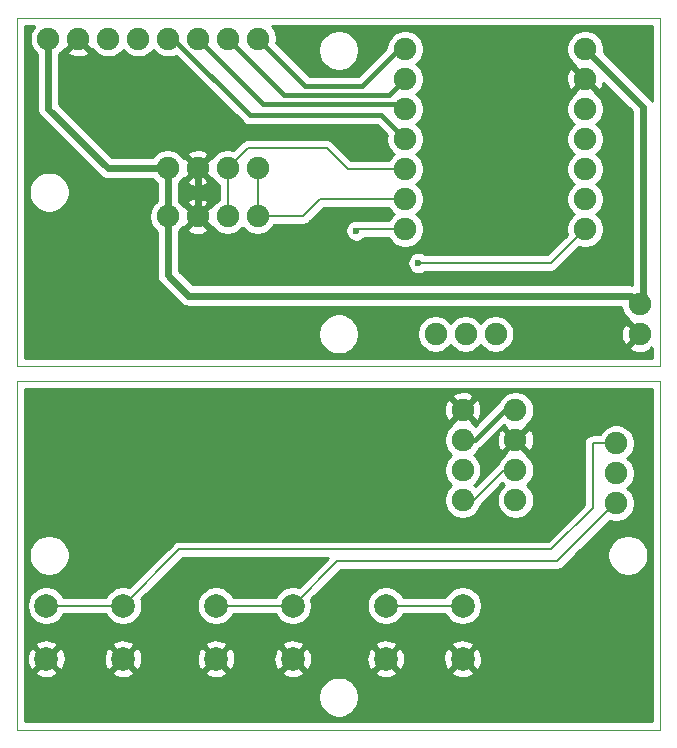
<source format=gbr>
%TF.GenerationSoftware,KiCad,Pcbnew,(5.1.9)-1*%
%TF.CreationDate,2021-03-22T13:16:07-04:00*%
%TF.ProjectId,BitDisplay,42697444-6973-4706-9c61-792e6b696361,rev?*%
%TF.SameCoordinates,Original*%
%TF.FileFunction,Copper,L1,Top*%
%TF.FilePolarity,Positive*%
%FSLAX46Y46*%
G04 Gerber Fmt 4.6, Leading zero omitted, Abs format (unit mm)*
G04 Created by KiCad (PCBNEW (5.1.9)-1) date 2021-03-22 13:16:07*
%MOMM*%
%LPD*%
G01*
G04 APERTURE LIST*
%TA.AperFunction,Profile*%
%ADD10C,0.100000*%
%TD*%
%TA.AperFunction,ComponentPad*%
%ADD11C,1.900000*%
%TD*%
%TA.AperFunction,ComponentPad*%
%ADD12C,2.000000*%
%TD*%
%TA.AperFunction,ViaPad*%
%ADD13C,0.600000*%
%TD*%
%TA.AperFunction,Conductor*%
%ADD14C,0.400000*%
%TD*%
%TA.AperFunction,Conductor*%
%ADD15C,0.200000*%
%TD*%
%TA.AperFunction,Conductor*%
%ADD16C,0.600000*%
%TD*%
%TA.AperFunction,Conductor*%
%ADD17C,0.254000*%
%TD*%
%TA.AperFunction,Conductor*%
%ADD18C,0.100000*%
%TD*%
G04 APERTURE END LIST*
D10*
X100250000Y-110500000D02*
X100250000Y-81000000D01*
X154750000Y-110500000D02*
X100250000Y-110500000D01*
X154750000Y-81000000D02*
X154750000Y-110500000D01*
X100250000Y-81000000D02*
X154750000Y-81000000D01*
X154750000Y-79750000D02*
X154750000Y-50250000D01*
X100250000Y-79750000D02*
X100250000Y-50250000D01*
X100250000Y-79750000D02*
X154750000Y-79750000D01*
X100250000Y-50250000D02*
X154750000Y-50250000D01*
D11*
%TO.P,C3,4*%
%TO.N,Net-(A0-Pad5)*%
X142480000Y-91060000D03*
%TO.P,C3,3*%
%TO.N,Net-(A0-Pad4)*%
X142480000Y-88520000D03*
%TO.P,C3,2*%
%TO.N,GND*%
X142480000Y-85980000D03*
%TO.P,C3,1*%
%TO.N,+5V*%
X142480000Y-83440000D03*
%TD*%
%TO.P,DS0,1*%
%TO.N,+5V*%
X138000000Y-85980000D03*
%TO.P,DS0,2*%
%TO.N,GND*%
X138000000Y-83440000D03*
%TO.P,DS0,3*%
%TO.N,Net-(A0-Pad4)*%
X138000000Y-91060000D03*
%TO.P,DS0,4*%
%TO.N,Net-(A0-Pad5)*%
X138000000Y-88520000D03*
%TD*%
%TO.P,JP1,1*%
%TO.N,Net-(A0-Pad10)*%
X151000000Y-91330000D03*
%TO.P,JP1,2*%
%TO.N,Net-(A0-Pad9)*%
X151000000Y-88790000D03*
%TO.P,JP1,3*%
%TO.N,Net-(A0-Pad8)*%
X151000000Y-86250000D03*
%TD*%
%TO.P,C3,4*%
%TO.N,Net-(A0-Pad7)*%
X110540000Y-52000000D03*
%TO.P,C3,3*%
%TO.N,Net-(A0-Pad6)*%
X108000000Y-52000000D03*
%TO.P,C3,2*%
%TO.N,GND*%
X105460000Y-52000000D03*
%TO.P,C3,1*%
%TO.N,+5V*%
X102920000Y-52000000D03*
%TD*%
%TO.P,C2,4*%
%TO.N,Net-(A0-Pad5)*%
X120640000Y-62950000D03*
%TO.P,C2,3*%
%TO.N,Net-(A0-Pad4)*%
X118100000Y-62950000D03*
%TO.P,C2,2*%
%TO.N,GND*%
X115560000Y-62950000D03*
%TO.P,C2,1*%
%TO.N,N/C*%
X113020000Y-62950000D03*
%TD*%
%TO.P,C2,4*%
%TO.N,Net-(A0-Pad5)*%
X120640000Y-67050000D03*
%TO.P,C2,3*%
%TO.N,Net-(A0-Pad4)*%
X118100000Y-67050000D03*
%TO.P,C2,2*%
%TO.N,GND*%
X115560000Y-67050000D03*
%TO.P,C2,1*%
%TO.N,+5V*%
X113020000Y-67050000D03*
%TD*%
%TO.P,JP0,3*%
%TO.N,Net-(A0-Pad8)*%
X140790000Y-77000000D03*
%TO.P,JP0,2*%
%TO.N,Net-(A0-Pad9)*%
X138250000Y-77000000D03*
%TO.P,JP0,1*%
%TO.N,Net-(A0-Pad10)*%
X135710000Y-77000000D03*
%TD*%
%TO.P,A0,0*%
%TO.N,Net-(A0-Pad0)*%
X133130000Y-52880000D03*
%TO.P,A0,1*%
%TO.N,Net-(A0-Pad1)*%
X133130000Y-55420000D03*
%TO.P,A0,2*%
%TO.N,Net-(A0-Pad2)*%
X133130000Y-57960000D03*
%TO.P,A0,3*%
%TO.N,Net-(A0-Pad3)*%
X133130000Y-60500000D03*
%TO.P,A0,4*%
%TO.N,Net-(A0-Pad4)*%
X133130000Y-63040000D03*
%TO.P,A0,5*%
%TO.N,Net-(A0-Pad5)*%
X133130000Y-65580000D03*
%TO.P,A0,6*%
%TO.N,Net-(A0-Pad6)*%
X133130000Y-68120000D03*
%TO.P,A0,13*%
%TO.N,+5V*%
X148370000Y-52880000D03*
%TO.P,A0,12*%
%TO.N,GND*%
X148370000Y-55420000D03*
%TO.P,A0,11*%
%TO.N,Net-(A0-Pad11)*%
X148370000Y-57960000D03*
%TO.P,A0,10*%
%TO.N,Net-(A0-Pad10)*%
X148370000Y-60500000D03*
%TO.P,A0,9*%
%TO.N,Net-(A0-Pad9)*%
X148370000Y-63040000D03*
%TO.P,A0,8*%
%TO.N,Net-(A0-Pad8)*%
X148370000Y-65580000D03*
%TO.P,A0,7*%
%TO.N,Net-(A0-Pad7)*%
X148370000Y-68120000D03*
%TD*%
%TO.P,J0,1*%
%TO.N,+5V*%
X153000000Y-74500000D03*
%TO.P,J0,2*%
%TO.N,GND*%
X153000000Y-77040000D03*
%TD*%
%TO.P,J2,1*%
%TO.N,Net-(A0-Pad3)*%
X113080000Y-52000000D03*
%TO.P,J2,2*%
%TO.N,Net-(A0-Pad2)*%
X115620000Y-52000000D03*
%TO.P,J2,3*%
%TO.N,Net-(A0-Pad1)*%
X118160000Y-52000000D03*
%TO.P,J2,4*%
%TO.N,Net-(A0-Pad0)*%
X120700000Y-52000000D03*
%TD*%
D12*
%TO.P,SW0,2*%
%TO.N,Net-(A0-Pad8)*%
X109250000Y-100000000D03*
%TO.P,SW0,1*%
%TO.N,GND*%
X109250000Y-104500000D03*
%TO.P,SW0,2*%
%TO.N,Net-(A0-Pad8)*%
X102750000Y-100000000D03*
%TO.P,SW0,1*%
%TO.N,GND*%
X102750000Y-104500000D03*
%TD*%
%TO.P,SW1,1*%
%TO.N,GND*%
X131500000Y-104500000D03*
%TO.P,SW1,2*%
%TO.N,Net-(A0-Pad9)*%
X131500000Y-100000000D03*
%TO.P,SW1,1*%
%TO.N,GND*%
X138000000Y-104500000D03*
%TO.P,SW1,2*%
%TO.N,Net-(A0-Pad9)*%
X138000000Y-100000000D03*
%TD*%
%TO.P,SW2,2*%
%TO.N,Net-(A0-Pad10)*%
X123625000Y-100000000D03*
%TO.P,SW2,1*%
%TO.N,GND*%
X123625000Y-104500000D03*
%TO.P,SW2,2*%
%TO.N,Net-(A0-Pad10)*%
X117125000Y-100000000D03*
%TO.P,SW2,1*%
%TO.N,GND*%
X117125000Y-104500000D03*
%TD*%
D13*
%TO.N,Net-(A0-Pad6)*%
X129000000Y-68250000D03*
%TO.N,Net-(A0-Pad7)*%
X134250000Y-71000000D03*
%TD*%
D14*
%TO.N,Net-(A0-Pad0)*%
X124700000Y-56000000D02*
X120700000Y-52000000D01*
X129500000Y-56000000D02*
X124700000Y-56000000D01*
X132620000Y-52880000D02*
X129500000Y-56000000D01*
X133130000Y-52880000D02*
X132620000Y-52880000D01*
%TO.N,Net-(A0-Pad1)*%
X131800000Y-56750000D02*
X133130000Y-55420000D01*
X122910000Y-56750000D02*
X131800000Y-56750000D01*
X118160000Y-52000000D02*
X122910000Y-56750000D01*
%TO.N,Net-(A0-Pad2)*%
X121120000Y-57500000D02*
X115620000Y-52000000D01*
X132670000Y-57500000D02*
X121120000Y-57500000D01*
X133130000Y-57960000D02*
X132670000Y-57500000D01*
%TO.N,Net-(A0-Pad3)*%
X113500000Y-52000000D02*
X113080000Y-52000000D01*
X120000000Y-58500000D02*
X113500000Y-52000000D01*
X131130000Y-58500000D02*
X120000000Y-58500000D01*
X133130000Y-60500000D02*
X131130000Y-58500000D01*
D15*
%TO.N,Net-(A0-Pad4)*%
X118100000Y-67050000D02*
X118100000Y-62950000D01*
X118100000Y-62950000D02*
X119800000Y-61250000D01*
X119800000Y-61250000D02*
X126500000Y-61250000D01*
X128290000Y-63040000D02*
X133130000Y-63040000D01*
X126500000Y-61250000D02*
X128290000Y-63040000D01*
X138940000Y-91060000D02*
X138000000Y-91060000D01*
X141480000Y-88520000D02*
X138940000Y-91060000D01*
X142480000Y-88520000D02*
X141480000Y-88520000D01*
%TO.N,Net-(A0-Pad5)*%
X120640000Y-67050000D02*
X120640000Y-62950000D01*
X120640000Y-67050000D02*
X124450000Y-67050000D01*
X125920000Y-65580000D02*
X133130000Y-65580000D01*
X124450000Y-67050000D02*
X125920000Y-65580000D01*
%TO.N,Net-(A0-Pad6)*%
X133130000Y-68120000D02*
X129130000Y-68120000D01*
X129130000Y-68120000D02*
X129000000Y-68250000D01*
D16*
%TO.N,+5V*%
X113020000Y-67050000D02*
X113020000Y-62950000D01*
X113020000Y-62950000D02*
X107950000Y-62950000D01*
X102920000Y-57920000D02*
X102920000Y-52000000D01*
X107950000Y-62950000D02*
X102920000Y-57920000D01*
X148370000Y-52880000D02*
X153250000Y-57760000D01*
X153250000Y-74250000D02*
X153000000Y-74500000D01*
X153250000Y-57760000D02*
X153250000Y-74250000D01*
X113020000Y-72020000D02*
X113020000Y-67050000D01*
X114750000Y-73750000D02*
X113020000Y-72020000D01*
X152250000Y-73750000D02*
X114750000Y-73750000D01*
X153000000Y-74500000D02*
X152250000Y-73750000D01*
D14*
X141560000Y-83440000D02*
X142480000Y-83440000D01*
X139020000Y-85980000D02*
X141560000Y-83440000D01*
X138000000Y-85980000D02*
X139020000Y-85980000D01*
D16*
%TO.N,GND*%
X115560000Y-62950000D02*
X115560000Y-67050000D01*
D15*
%TO.N,Net-(A0-Pad10)*%
X123625000Y-100000000D02*
X117125000Y-100000000D01*
X146000000Y-96250000D02*
X127375000Y-96250000D01*
X127375000Y-96250000D02*
X123625000Y-100000000D01*
X150920000Y-91330000D02*
X146000000Y-96250000D01*
X151000000Y-91330000D02*
X150920000Y-91330000D01*
%TO.N,Net-(A0-Pad9)*%
X138000000Y-100000000D02*
X131500000Y-100000000D01*
X138750000Y-100000000D02*
X138000000Y-100000000D01*
%TO.N,Net-(A0-Pad8)*%
X109250000Y-100000000D02*
X102750000Y-100000000D01*
X151000000Y-86250000D02*
X149000000Y-86250000D01*
X149000000Y-86250000D02*
X149000000Y-91750000D01*
X149000000Y-91750000D02*
X145500000Y-95250000D01*
X114000000Y-95250000D02*
X109250000Y-100000000D01*
X145500000Y-95250000D02*
X114000000Y-95250000D01*
%TO.N,Net-(A0-Pad7)*%
X148370000Y-68120000D02*
X145490000Y-71000000D01*
X145490000Y-71000000D02*
X134250000Y-71000000D01*
%TD*%
D17*
%TO.N,GND*%
X154065001Y-109815000D02*
X100935000Y-109815000D01*
X100935000Y-107579117D01*
X125765000Y-107579117D01*
X125765000Y-107920883D01*
X125831675Y-108256081D01*
X125962463Y-108571831D01*
X126152337Y-108855998D01*
X126394002Y-109097663D01*
X126678169Y-109287537D01*
X126993919Y-109418325D01*
X127329117Y-109485000D01*
X127670883Y-109485000D01*
X128006081Y-109418325D01*
X128321831Y-109287537D01*
X128605998Y-109097663D01*
X128847663Y-108855998D01*
X129037537Y-108571831D01*
X129168325Y-108256081D01*
X129235000Y-107920883D01*
X129235000Y-107579117D01*
X129168325Y-107243919D01*
X129037537Y-106928169D01*
X128847663Y-106644002D01*
X128605998Y-106402337D01*
X128321831Y-106212463D01*
X128006081Y-106081675D01*
X127670883Y-106015000D01*
X127329117Y-106015000D01*
X126993919Y-106081675D01*
X126678169Y-106212463D01*
X126394002Y-106402337D01*
X126152337Y-106644002D01*
X125962463Y-106928169D01*
X125831675Y-107243919D01*
X125765000Y-107579117D01*
X100935000Y-107579117D01*
X100935000Y-105635413D01*
X101794192Y-105635413D01*
X101889956Y-105899814D01*
X102179571Y-106040704D01*
X102491108Y-106122384D01*
X102812595Y-106141718D01*
X103131675Y-106097961D01*
X103436088Y-105992795D01*
X103610044Y-105899814D01*
X103705808Y-105635413D01*
X108294192Y-105635413D01*
X108389956Y-105899814D01*
X108679571Y-106040704D01*
X108991108Y-106122384D01*
X109312595Y-106141718D01*
X109631675Y-106097961D01*
X109936088Y-105992795D01*
X110110044Y-105899814D01*
X110205808Y-105635413D01*
X116169192Y-105635413D01*
X116264956Y-105899814D01*
X116554571Y-106040704D01*
X116866108Y-106122384D01*
X117187595Y-106141718D01*
X117506675Y-106097961D01*
X117811088Y-105992795D01*
X117985044Y-105899814D01*
X118080808Y-105635413D01*
X122669192Y-105635413D01*
X122764956Y-105899814D01*
X123054571Y-106040704D01*
X123366108Y-106122384D01*
X123687595Y-106141718D01*
X124006675Y-106097961D01*
X124311088Y-105992795D01*
X124485044Y-105899814D01*
X124580808Y-105635413D01*
X130544192Y-105635413D01*
X130639956Y-105899814D01*
X130929571Y-106040704D01*
X131241108Y-106122384D01*
X131562595Y-106141718D01*
X131881675Y-106097961D01*
X132186088Y-105992795D01*
X132360044Y-105899814D01*
X132455808Y-105635413D01*
X137044192Y-105635413D01*
X137139956Y-105899814D01*
X137429571Y-106040704D01*
X137741108Y-106122384D01*
X138062595Y-106141718D01*
X138381675Y-106097961D01*
X138686088Y-105992795D01*
X138860044Y-105899814D01*
X138955808Y-105635413D01*
X138000000Y-104679605D01*
X137044192Y-105635413D01*
X132455808Y-105635413D01*
X131500000Y-104679605D01*
X130544192Y-105635413D01*
X124580808Y-105635413D01*
X123625000Y-104679605D01*
X122669192Y-105635413D01*
X118080808Y-105635413D01*
X117125000Y-104679605D01*
X116169192Y-105635413D01*
X110205808Y-105635413D01*
X109250000Y-104679605D01*
X108294192Y-105635413D01*
X103705808Y-105635413D01*
X102750000Y-104679605D01*
X101794192Y-105635413D01*
X100935000Y-105635413D01*
X100935000Y-104562595D01*
X101108282Y-104562595D01*
X101152039Y-104881675D01*
X101257205Y-105186088D01*
X101350186Y-105360044D01*
X101614587Y-105455808D01*
X102570395Y-104500000D01*
X102929605Y-104500000D01*
X103885413Y-105455808D01*
X104149814Y-105360044D01*
X104290704Y-105070429D01*
X104372384Y-104758892D01*
X104384189Y-104562595D01*
X107608282Y-104562595D01*
X107652039Y-104881675D01*
X107757205Y-105186088D01*
X107850186Y-105360044D01*
X108114587Y-105455808D01*
X109070395Y-104500000D01*
X109429605Y-104500000D01*
X110385413Y-105455808D01*
X110649814Y-105360044D01*
X110790704Y-105070429D01*
X110872384Y-104758892D01*
X110884189Y-104562595D01*
X115483282Y-104562595D01*
X115527039Y-104881675D01*
X115632205Y-105186088D01*
X115725186Y-105360044D01*
X115989587Y-105455808D01*
X116945395Y-104500000D01*
X117304605Y-104500000D01*
X118260413Y-105455808D01*
X118524814Y-105360044D01*
X118665704Y-105070429D01*
X118747384Y-104758892D01*
X118759189Y-104562595D01*
X121983282Y-104562595D01*
X122027039Y-104881675D01*
X122132205Y-105186088D01*
X122225186Y-105360044D01*
X122489587Y-105455808D01*
X123445395Y-104500000D01*
X123804605Y-104500000D01*
X124760413Y-105455808D01*
X125024814Y-105360044D01*
X125165704Y-105070429D01*
X125247384Y-104758892D01*
X125259189Y-104562595D01*
X129858282Y-104562595D01*
X129902039Y-104881675D01*
X130007205Y-105186088D01*
X130100186Y-105360044D01*
X130364587Y-105455808D01*
X131320395Y-104500000D01*
X131679605Y-104500000D01*
X132635413Y-105455808D01*
X132899814Y-105360044D01*
X133040704Y-105070429D01*
X133122384Y-104758892D01*
X133134189Y-104562595D01*
X136358282Y-104562595D01*
X136402039Y-104881675D01*
X136507205Y-105186088D01*
X136600186Y-105360044D01*
X136864587Y-105455808D01*
X137820395Y-104500000D01*
X138179605Y-104500000D01*
X139135413Y-105455808D01*
X139399814Y-105360044D01*
X139540704Y-105070429D01*
X139622384Y-104758892D01*
X139641718Y-104437405D01*
X139597961Y-104118325D01*
X139492795Y-103813912D01*
X139399814Y-103639956D01*
X139135413Y-103544192D01*
X138179605Y-104500000D01*
X137820395Y-104500000D01*
X136864587Y-103544192D01*
X136600186Y-103639956D01*
X136459296Y-103929571D01*
X136377616Y-104241108D01*
X136358282Y-104562595D01*
X133134189Y-104562595D01*
X133141718Y-104437405D01*
X133097961Y-104118325D01*
X132992795Y-103813912D01*
X132899814Y-103639956D01*
X132635413Y-103544192D01*
X131679605Y-104500000D01*
X131320395Y-104500000D01*
X130364587Y-103544192D01*
X130100186Y-103639956D01*
X129959296Y-103929571D01*
X129877616Y-104241108D01*
X129858282Y-104562595D01*
X125259189Y-104562595D01*
X125266718Y-104437405D01*
X125222961Y-104118325D01*
X125117795Y-103813912D01*
X125024814Y-103639956D01*
X124760413Y-103544192D01*
X123804605Y-104500000D01*
X123445395Y-104500000D01*
X122489587Y-103544192D01*
X122225186Y-103639956D01*
X122084296Y-103929571D01*
X122002616Y-104241108D01*
X121983282Y-104562595D01*
X118759189Y-104562595D01*
X118766718Y-104437405D01*
X118722961Y-104118325D01*
X118617795Y-103813912D01*
X118524814Y-103639956D01*
X118260413Y-103544192D01*
X117304605Y-104500000D01*
X116945395Y-104500000D01*
X115989587Y-103544192D01*
X115725186Y-103639956D01*
X115584296Y-103929571D01*
X115502616Y-104241108D01*
X115483282Y-104562595D01*
X110884189Y-104562595D01*
X110891718Y-104437405D01*
X110847961Y-104118325D01*
X110742795Y-103813912D01*
X110649814Y-103639956D01*
X110385413Y-103544192D01*
X109429605Y-104500000D01*
X109070395Y-104500000D01*
X108114587Y-103544192D01*
X107850186Y-103639956D01*
X107709296Y-103929571D01*
X107627616Y-104241108D01*
X107608282Y-104562595D01*
X104384189Y-104562595D01*
X104391718Y-104437405D01*
X104347961Y-104118325D01*
X104242795Y-103813912D01*
X104149814Y-103639956D01*
X103885413Y-103544192D01*
X102929605Y-104500000D01*
X102570395Y-104500000D01*
X101614587Y-103544192D01*
X101350186Y-103639956D01*
X101209296Y-103929571D01*
X101127616Y-104241108D01*
X101108282Y-104562595D01*
X100935000Y-104562595D01*
X100935000Y-103364587D01*
X101794192Y-103364587D01*
X102750000Y-104320395D01*
X103705808Y-103364587D01*
X108294192Y-103364587D01*
X109250000Y-104320395D01*
X110205808Y-103364587D01*
X116169192Y-103364587D01*
X117125000Y-104320395D01*
X118080808Y-103364587D01*
X122669192Y-103364587D01*
X123625000Y-104320395D01*
X124580808Y-103364587D01*
X130544192Y-103364587D01*
X131500000Y-104320395D01*
X132455808Y-103364587D01*
X137044192Y-103364587D01*
X138000000Y-104320395D01*
X138955808Y-103364587D01*
X138860044Y-103100186D01*
X138570429Y-102959296D01*
X138258892Y-102877616D01*
X137937405Y-102858282D01*
X137618325Y-102902039D01*
X137313912Y-103007205D01*
X137139956Y-103100186D01*
X137044192Y-103364587D01*
X132455808Y-103364587D01*
X132360044Y-103100186D01*
X132070429Y-102959296D01*
X131758892Y-102877616D01*
X131437405Y-102858282D01*
X131118325Y-102902039D01*
X130813912Y-103007205D01*
X130639956Y-103100186D01*
X130544192Y-103364587D01*
X124580808Y-103364587D01*
X124485044Y-103100186D01*
X124195429Y-102959296D01*
X123883892Y-102877616D01*
X123562405Y-102858282D01*
X123243325Y-102902039D01*
X122938912Y-103007205D01*
X122764956Y-103100186D01*
X122669192Y-103364587D01*
X118080808Y-103364587D01*
X117985044Y-103100186D01*
X117695429Y-102959296D01*
X117383892Y-102877616D01*
X117062405Y-102858282D01*
X116743325Y-102902039D01*
X116438912Y-103007205D01*
X116264956Y-103100186D01*
X116169192Y-103364587D01*
X110205808Y-103364587D01*
X110110044Y-103100186D01*
X109820429Y-102959296D01*
X109508892Y-102877616D01*
X109187405Y-102858282D01*
X108868325Y-102902039D01*
X108563912Y-103007205D01*
X108389956Y-103100186D01*
X108294192Y-103364587D01*
X103705808Y-103364587D01*
X103610044Y-103100186D01*
X103320429Y-102959296D01*
X103008892Y-102877616D01*
X102687405Y-102858282D01*
X102368325Y-102902039D01*
X102063912Y-103007205D01*
X101889956Y-103100186D01*
X101794192Y-103364587D01*
X100935000Y-103364587D01*
X100935000Y-99838967D01*
X101115000Y-99838967D01*
X101115000Y-100161033D01*
X101177832Y-100476912D01*
X101301082Y-100774463D01*
X101480013Y-101042252D01*
X101707748Y-101269987D01*
X101975537Y-101448918D01*
X102273088Y-101572168D01*
X102588967Y-101635000D01*
X102911033Y-101635000D01*
X103226912Y-101572168D01*
X103524463Y-101448918D01*
X103792252Y-101269987D01*
X104019987Y-101042252D01*
X104198918Y-100774463D01*
X104215264Y-100735000D01*
X107784736Y-100735000D01*
X107801082Y-100774463D01*
X107980013Y-101042252D01*
X108207748Y-101269987D01*
X108475537Y-101448918D01*
X108773088Y-101572168D01*
X109088967Y-101635000D01*
X109411033Y-101635000D01*
X109726912Y-101572168D01*
X110024463Y-101448918D01*
X110292252Y-101269987D01*
X110519987Y-101042252D01*
X110698918Y-100774463D01*
X110822168Y-100476912D01*
X110885000Y-100161033D01*
X110885000Y-99838967D01*
X110822168Y-99523088D01*
X110805822Y-99483625D01*
X114304447Y-95985000D01*
X126600553Y-95985000D01*
X124141375Y-98444178D01*
X124101912Y-98427832D01*
X123786033Y-98365000D01*
X123463967Y-98365000D01*
X123148088Y-98427832D01*
X122850537Y-98551082D01*
X122582748Y-98730013D01*
X122355013Y-98957748D01*
X122176082Y-99225537D01*
X122159736Y-99265000D01*
X118590264Y-99265000D01*
X118573918Y-99225537D01*
X118394987Y-98957748D01*
X118167252Y-98730013D01*
X117899463Y-98551082D01*
X117601912Y-98427832D01*
X117286033Y-98365000D01*
X116963967Y-98365000D01*
X116648088Y-98427832D01*
X116350537Y-98551082D01*
X116082748Y-98730013D01*
X115855013Y-98957748D01*
X115676082Y-99225537D01*
X115552832Y-99523088D01*
X115490000Y-99838967D01*
X115490000Y-100161033D01*
X115552832Y-100476912D01*
X115676082Y-100774463D01*
X115855013Y-101042252D01*
X116082748Y-101269987D01*
X116350537Y-101448918D01*
X116648088Y-101572168D01*
X116963967Y-101635000D01*
X117286033Y-101635000D01*
X117601912Y-101572168D01*
X117899463Y-101448918D01*
X118167252Y-101269987D01*
X118394987Y-101042252D01*
X118573918Y-100774463D01*
X118590264Y-100735000D01*
X122159736Y-100735000D01*
X122176082Y-100774463D01*
X122355013Y-101042252D01*
X122582748Y-101269987D01*
X122850537Y-101448918D01*
X123148088Y-101572168D01*
X123463967Y-101635000D01*
X123786033Y-101635000D01*
X124101912Y-101572168D01*
X124399463Y-101448918D01*
X124667252Y-101269987D01*
X124894987Y-101042252D01*
X125073918Y-100774463D01*
X125197168Y-100476912D01*
X125260000Y-100161033D01*
X125260000Y-99838967D01*
X129865000Y-99838967D01*
X129865000Y-100161033D01*
X129927832Y-100476912D01*
X130051082Y-100774463D01*
X130230013Y-101042252D01*
X130457748Y-101269987D01*
X130725537Y-101448918D01*
X131023088Y-101572168D01*
X131338967Y-101635000D01*
X131661033Y-101635000D01*
X131976912Y-101572168D01*
X132274463Y-101448918D01*
X132542252Y-101269987D01*
X132769987Y-101042252D01*
X132948918Y-100774463D01*
X132965264Y-100735000D01*
X136534736Y-100735000D01*
X136551082Y-100774463D01*
X136730013Y-101042252D01*
X136957748Y-101269987D01*
X137225537Y-101448918D01*
X137523088Y-101572168D01*
X137838967Y-101635000D01*
X138161033Y-101635000D01*
X138476912Y-101572168D01*
X138774463Y-101448918D01*
X139042252Y-101269987D01*
X139269987Y-101042252D01*
X139448918Y-100774463D01*
X139572168Y-100476912D01*
X139635000Y-100161033D01*
X139635000Y-99838967D01*
X139572168Y-99523088D01*
X139448918Y-99225537D01*
X139269987Y-98957748D01*
X139042252Y-98730013D01*
X138774463Y-98551082D01*
X138476912Y-98427832D01*
X138161033Y-98365000D01*
X137838967Y-98365000D01*
X137523088Y-98427832D01*
X137225537Y-98551082D01*
X136957748Y-98730013D01*
X136730013Y-98957748D01*
X136551082Y-99225537D01*
X136534736Y-99265000D01*
X132965264Y-99265000D01*
X132948918Y-99225537D01*
X132769987Y-98957748D01*
X132542252Y-98730013D01*
X132274463Y-98551082D01*
X131976912Y-98427832D01*
X131661033Y-98365000D01*
X131338967Y-98365000D01*
X131023088Y-98427832D01*
X130725537Y-98551082D01*
X130457748Y-98730013D01*
X130230013Y-98957748D01*
X130051082Y-99225537D01*
X129927832Y-99523088D01*
X129865000Y-99838967D01*
X125260000Y-99838967D01*
X125197168Y-99523088D01*
X125180822Y-99483625D01*
X127679447Y-96985000D01*
X145963895Y-96985000D01*
X146000000Y-96988556D01*
X146036105Y-96985000D01*
X146144085Y-96974365D01*
X146282633Y-96932337D01*
X146410320Y-96864087D01*
X146522238Y-96772238D01*
X146545259Y-96744187D01*
X147710329Y-95579117D01*
X150265000Y-95579117D01*
X150265000Y-95920883D01*
X150331675Y-96256081D01*
X150462463Y-96571831D01*
X150652337Y-96855998D01*
X150894002Y-97097663D01*
X151178169Y-97287537D01*
X151493919Y-97418325D01*
X151829117Y-97485000D01*
X152170883Y-97485000D01*
X152506081Y-97418325D01*
X152821831Y-97287537D01*
X153105998Y-97097663D01*
X153347663Y-96855998D01*
X153537537Y-96571831D01*
X153668325Y-96256081D01*
X153735000Y-95920883D01*
X153735000Y-95579117D01*
X153668325Y-95243919D01*
X153537537Y-94928169D01*
X153347663Y-94644002D01*
X153105998Y-94402337D01*
X152821831Y-94212463D01*
X152506081Y-94081675D01*
X152170883Y-94015000D01*
X151829117Y-94015000D01*
X151493919Y-94081675D01*
X151178169Y-94212463D01*
X150894002Y-94402337D01*
X150652337Y-94644002D01*
X150462463Y-94928169D01*
X150331675Y-95243919D01*
X150265000Y-95579117D01*
X147710329Y-95579117D01*
X150465325Y-92824122D01*
X150537673Y-92854089D01*
X150843891Y-92915000D01*
X151156109Y-92915000D01*
X151462327Y-92854089D01*
X151750779Y-92734609D01*
X152010379Y-92561150D01*
X152231150Y-92340379D01*
X152404609Y-92080779D01*
X152524089Y-91792327D01*
X152585000Y-91486109D01*
X152585000Y-91173891D01*
X152524089Y-90867673D01*
X152404609Y-90579221D01*
X152231150Y-90319621D01*
X152010379Y-90098850D01*
X151952236Y-90060000D01*
X152010379Y-90021150D01*
X152231150Y-89800379D01*
X152404609Y-89540779D01*
X152524089Y-89252327D01*
X152585000Y-88946109D01*
X152585000Y-88633891D01*
X152524089Y-88327673D01*
X152404609Y-88039221D01*
X152231150Y-87779621D01*
X152010379Y-87558850D01*
X151952236Y-87520000D01*
X152010379Y-87481150D01*
X152231150Y-87260379D01*
X152404609Y-87000779D01*
X152524089Y-86712327D01*
X152585000Y-86406109D01*
X152585000Y-86093891D01*
X152524089Y-85787673D01*
X152404609Y-85499221D01*
X152231150Y-85239621D01*
X152010379Y-85018850D01*
X151750779Y-84845391D01*
X151462327Y-84725911D01*
X151156109Y-84665000D01*
X150843891Y-84665000D01*
X150537673Y-84725911D01*
X150249221Y-84845391D01*
X149989621Y-85018850D01*
X149768850Y-85239621D01*
X149595391Y-85499221D01*
X149588855Y-85515000D01*
X149036105Y-85515000D01*
X149000000Y-85511444D01*
X148963895Y-85515000D01*
X148855915Y-85525635D01*
X148717367Y-85567663D01*
X148589680Y-85635913D01*
X148477762Y-85727762D01*
X148385913Y-85839680D01*
X148317663Y-85967367D01*
X148275635Y-86105915D01*
X148261444Y-86250000D01*
X148265000Y-86286105D01*
X148265001Y-91445552D01*
X145195554Y-94515000D01*
X114036094Y-94515000D01*
X113999999Y-94511445D01*
X113963904Y-94515000D01*
X113963895Y-94515000D01*
X113855915Y-94525635D01*
X113717367Y-94567663D01*
X113589680Y-94635913D01*
X113477762Y-94727762D01*
X113454746Y-94755807D01*
X109766375Y-98444178D01*
X109726912Y-98427832D01*
X109411033Y-98365000D01*
X109088967Y-98365000D01*
X108773088Y-98427832D01*
X108475537Y-98551082D01*
X108207748Y-98730013D01*
X107980013Y-98957748D01*
X107801082Y-99225537D01*
X107784736Y-99265000D01*
X104215264Y-99265000D01*
X104198918Y-99225537D01*
X104019987Y-98957748D01*
X103792252Y-98730013D01*
X103524463Y-98551082D01*
X103226912Y-98427832D01*
X102911033Y-98365000D01*
X102588967Y-98365000D01*
X102273088Y-98427832D01*
X101975537Y-98551082D01*
X101707748Y-98730013D01*
X101480013Y-98957748D01*
X101301082Y-99225537D01*
X101177832Y-99523088D01*
X101115000Y-99838967D01*
X100935000Y-99838967D01*
X100935000Y-95579117D01*
X101265000Y-95579117D01*
X101265000Y-95920883D01*
X101331675Y-96256081D01*
X101462463Y-96571831D01*
X101652337Y-96855998D01*
X101894002Y-97097663D01*
X102178169Y-97287537D01*
X102493919Y-97418325D01*
X102829117Y-97485000D01*
X103170883Y-97485000D01*
X103506081Y-97418325D01*
X103821831Y-97287537D01*
X104105998Y-97097663D01*
X104347663Y-96855998D01*
X104537537Y-96571831D01*
X104668325Y-96256081D01*
X104735000Y-95920883D01*
X104735000Y-95579117D01*
X104668325Y-95243919D01*
X104537537Y-94928169D01*
X104347663Y-94644002D01*
X104105998Y-94402337D01*
X103821831Y-94212463D01*
X103506081Y-94081675D01*
X103170883Y-94015000D01*
X102829117Y-94015000D01*
X102493919Y-94081675D01*
X102178169Y-94212463D01*
X101894002Y-94402337D01*
X101652337Y-94644002D01*
X101462463Y-94928169D01*
X101331675Y-95243919D01*
X101265000Y-95579117D01*
X100935000Y-95579117D01*
X100935000Y-85823891D01*
X136415000Y-85823891D01*
X136415000Y-86136109D01*
X136475911Y-86442327D01*
X136595391Y-86730779D01*
X136768850Y-86990379D01*
X136989621Y-87211150D01*
X137047764Y-87250000D01*
X136989621Y-87288850D01*
X136768850Y-87509621D01*
X136595391Y-87769221D01*
X136475911Y-88057673D01*
X136415000Y-88363891D01*
X136415000Y-88676109D01*
X136475911Y-88982327D01*
X136595391Y-89270779D01*
X136768850Y-89530379D01*
X136989621Y-89751150D01*
X137047764Y-89790000D01*
X136989621Y-89828850D01*
X136768850Y-90049621D01*
X136595391Y-90309221D01*
X136475911Y-90597673D01*
X136415000Y-90903891D01*
X136415000Y-91216109D01*
X136475911Y-91522327D01*
X136595391Y-91810779D01*
X136768850Y-92070379D01*
X136989621Y-92291150D01*
X137249221Y-92464609D01*
X137537673Y-92584089D01*
X137843891Y-92645000D01*
X138156109Y-92645000D01*
X138462327Y-92584089D01*
X138750779Y-92464609D01*
X139010379Y-92291150D01*
X139231150Y-92070379D01*
X139404609Y-91810779D01*
X139524089Y-91522327D01*
X139525820Y-91513626D01*
X141378959Y-89660488D01*
X141469621Y-89751150D01*
X141527764Y-89790000D01*
X141469621Y-89828850D01*
X141248850Y-90049621D01*
X141075391Y-90309221D01*
X140955911Y-90597673D01*
X140895000Y-90903891D01*
X140895000Y-91216109D01*
X140955911Y-91522327D01*
X141075391Y-91810779D01*
X141248850Y-92070379D01*
X141469621Y-92291150D01*
X141729221Y-92464609D01*
X142017673Y-92584089D01*
X142323891Y-92645000D01*
X142636109Y-92645000D01*
X142942327Y-92584089D01*
X143230779Y-92464609D01*
X143490379Y-92291150D01*
X143711150Y-92070379D01*
X143884609Y-91810779D01*
X144004089Y-91522327D01*
X144065000Y-91216109D01*
X144065000Y-90903891D01*
X144004089Y-90597673D01*
X143884609Y-90309221D01*
X143711150Y-90049621D01*
X143490379Y-89828850D01*
X143432236Y-89790000D01*
X143490379Y-89751150D01*
X143711150Y-89530379D01*
X143884609Y-89270779D01*
X144004089Y-88982327D01*
X144065000Y-88676109D01*
X144065000Y-88363891D01*
X144004089Y-88057673D01*
X143884609Y-87769221D01*
X143711150Y-87509621D01*
X143490379Y-87288850D01*
X143358324Y-87200613D01*
X143400147Y-87079752D01*
X142480000Y-86159605D01*
X141559853Y-87079752D01*
X141601676Y-87200613D01*
X141469621Y-87288850D01*
X141248850Y-87509621D01*
X141075391Y-87769221D01*
X140992554Y-87969209D01*
X140957762Y-87997762D01*
X140934746Y-88025807D01*
X139071041Y-89889512D01*
X139010379Y-89828850D01*
X138952236Y-89790000D01*
X139010379Y-89751150D01*
X139231150Y-89530379D01*
X139404609Y-89270779D01*
X139524089Y-88982327D01*
X139585000Y-88676109D01*
X139585000Y-88363891D01*
X139524089Y-88057673D01*
X139404609Y-87769221D01*
X139231150Y-87509621D01*
X139010379Y-87288850D01*
X138952236Y-87250000D01*
X139010379Y-87211150D01*
X139231150Y-86990379D01*
X139404609Y-86730779D01*
X139409695Y-86718500D01*
X139486146Y-86677636D01*
X139613291Y-86573291D01*
X139639446Y-86541421D01*
X140136294Y-86044573D01*
X140888641Y-86044573D01*
X140931816Y-86353791D01*
X141034487Y-86648644D01*
X141120958Y-86810421D01*
X141380248Y-86900147D01*
X142300395Y-85980000D01*
X142659605Y-85980000D01*
X143579752Y-86900147D01*
X143839042Y-86810421D01*
X143974935Y-86529329D01*
X144053379Y-86227127D01*
X144071359Y-85915427D01*
X144028184Y-85606209D01*
X143925513Y-85311356D01*
X143839042Y-85149579D01*
X143579752Y-85059853D01*
X142659605Y-85980000D01*
X142300395Y-85980000D01*
X141380248Y-85059853D01*
X141120958Y-85149579D01*
X140985065Y-85430671D01*
X140906621Y-85732873D01*
X140888641Y-86044573D01*
X140136294Y-86044573D01*
X141493657Y-84687210D01*
X141601676Y-84759387D01*
X141559853Y-84880248D01*
X142480000Y-85800395D01*
X143400147Y-84880248D01*
X143358324Y-84759387D01*
X143490379Y-84671150D01*
X143711150Y-84450379D01*
X143884609Y-84190779D01*
X144004089Y-83902327D01*
X144065000Y-83596109D01*
X144065000Y-83283891D01*
X144004089Y-82977673D01*
X143884609Y-82689221D01*
X143711150Y-82429621D01*
X143490379Y-82208850D01*
X143230779Y-82035391D01*
X142942327Y-81915911D01*
X142636109Y-81855000D01*
X142323891Y-81855000D01*
X142017673Y-81915911D01*
X141729221Y-82035391D01*
X141469621Y-82208850D01*
X141248850Y-82429621D01*
X141075391Y-82689221D01*
X141032534Y-82792688D01*
X140966709Y-82846709D01*
X140940559Y-82878573D01*
X139040331Y-84778802D01*
X139010379Y-84748850D01*
X138878324Y-84660613D01*
X138920147Y-84539752D01*
X138000000Y-83619605D01*
X137079853Y-84539752D01*
X137121676Y-84660613D01*
X136989621Y-84748850D01*
X136768850Y-84969621D01*
X136595391Y-85229221D01*
X136475911Y-85517673D01*
X136415000Y-85823891D01*
X100935000Y-85823891D01*
X100935000Y-83504573D01*
X136408641Y-83504573D01*
X136451816Y-83813791D01*
X136554487Y-84108644D01*
X136640958Y-84270421D01*
X136900248Y-84360147D01*
X137820395Y-83440000D01*
X138179605Y-83440000D01*
X139099752Y-84360147D01*
X139359042Y-84270421D01*
X139494935Y-83989329D01*
X139573379Y-83687127D01*
X139591359Y-83375427D01*
X139548184Y-83066209D01*
X139445513Y-82771356D01*
X139359042Y-82609579D01*
X139099752Y-82519853D01*
X138179605Y-83440000D01*
X137820395Y-83440000D01*
X136900248Y-82519853D01*
X136640958Y-82609579D01*
X136505065Y-82890671D01*
X136426621Y-83192873D01*
X136408641Y-83504573D01*
X100935000Y-83504573D01*
X100935000Y-82340248D01*
X137079853Y-82340248D01*
X138000000Y-83260395D01*
X138920147Y-82340248D01*
X138830421Y-82080958D01*
X138549329Y-81945065D01*
X138247127Y-81866621D01*
X137935427Y-81848641D01*
X137626209Y-81891816D01*
X137331356Y-81994487D01*
X137169579Y-82080958D01*
X137079853Y-82340248D01*
X100935000Y-82340248D01*
X100935000Y-81685000D01*
X154065000Y-81685000D01*
X154065001Y-109815000D01*
%TA.AperFunction,Conductor*%
D18*
G36*
X154065001Y-109815000D02*
G01*
X100935000Y-109815000D01*
X100935000Y-107579117D01*
X125765000Y-107579117D01*
X125765000Y-107920883D01*
X125831675Y-108256081D01*
X125962463Y-108571831D01*
X126152337Y-108855998D01*
X126394002Y-109097663D01*
X126678169Y-109287537D01*
X126993919Y-109418325D01*
X127329117Y-109485000D01*
X127670883Y-109485000D01*
X128006081Y-109418325D01*
X128321831Y-109287537D01*
X128605998Y-109097663D01*
X128847663Y-108855998D01*
X129037537Y-108571831D01*
X129168325Y-108256081D01*
X129235000Y-107920883D01*
X129235000Y-107579117D01*
X129168325Y-107243919D01*
X129037537Y-106928169D01*
X128847663Y-106644002D01*
X128605998Y-106402337D01*
X128321831Y-106212463D01*
X128006081Y-106081675D01*
X127670883Y-106015000D01*
X127329117Y-106015000D01*
X126993919Y-106081675D01*
X126678169Y-106212463D01*
X126394002Y-106402337D01*
X126152337Y-106644002D01*
X125962463Y-106928169D01*
X125831675Y-107243919D01*
X125765000Y-107579117D01*
X100935000Y-107579117D01*
X100935000Y-105635413D01*
X101794192Y-105635413D01*
X101889956Y-105899814D01*
X102179571Y-106040704D01*
X102491108Y-106122384D01*
X102812595Y-106141718D01*
X103131675Y-106097961D01*
X103436088Y-105992795D01*
X103610044Y-105899814D01*
X103705808Y-105635413D01*
X108294192Y-105635413D01*
X108389956Y-105899814D01*
X108679571Y-106040704D01*
X108991108Y-106122384D01*
X109312595Y-106141718D01*
X109631675Y-106097961D01*
X109936088Y-105992795D01*
X110110044Y-105899814D01*
X110205808Y-105635413D01*
X116169192Y-105635413D01*
X116264956Y-105899814D01*
X116554571Y-106040704D01*
X116866108Y-106122384D01*
X117187595Y-106141718D01*
X117506675Y-106097961D01*
X117811088Y-105992795D01*
X117985044Y-105899814D01*
X118080808Y-105635413D01*
X122669192Y-105635413D01*
X122764956Y-105899814D01*
X123054571Y-106040704D01*
X123366108Y-106122384D01*
X123687595Y-106141718D01*
X124006675Y-106097961D01*
X124311088Y-105992795D01*
X124485044Y-105899814D01*
X124580808Y-105635413D01*
X130544192Y-105635413D01*
X130639956Y-105899814D01*
X130929571Y-106040704D01*
X131241108Y-106122384D01*
X131562595Y-106141718D01*
X131881675Y-106097961D01*
X132186088Y-105992795D01*
X132360044Y-105899814D01*
X132455808Y-105635413D01*
X137044192Y-105635413D01*
X137139956Y-105899814D01*
X137429571Y-106040704D01*
X137741108Y-106122384D01*
X138062595Y-106141718D01*
X138381675Y-106097961D01*
X138686088Y-105992795D01*
X138860044Y-105899814D01*
X138955808Y-105635413D01*
X138000000Y-104679605D01*
X137044192Y-105635413D01*
X132455808Y-105635413D01*
X131500000Y-104679605D01*
X130544192Y-105635413D01*
X124580808Y-105635413D01*
X123625000Y-104679605D01*
X122669192Y-105635413D01*
X118080808Y-105635413D01*
X117125000Y-104679605D01*
X116169192Y-105635413D01*
X110205808Y-105635413D01*
X109250000Y-104679605D01*
X108294192Y-105635413D01*
X103705808Y-105635413D01*
X102750000Y-104679605D01*
X101794192Y-105635413D01*
X100935000Y-105635413D01*
X100935000Y-104562595D01*
X101108282Y-104562595D01*
X101152039Y-104881675D01*
X101257205Y-105186088D01*
X101350186Y-105360044D01*
X101614587Y-105455808D01*
X102570395Y-104500000D01*
X102929605Y-104500000D01*
X103885413Y-105455808D01*
X104149814Y-105360044D01*
X104290704Y-105070429D01*
X104372384Y-104758892D01*
X104384189Y-104562595D01*
X107608282Y-104562595D01*
X107652039Y-104881675D01*
X107757205Y-105186088D01*
X107850186Y-105360044D01*
X108114587Y-105455808D01*
X109070395Y-104500000D01*
X109429605Y-104500000D01*
X110385413Y-105455808D01*
X110649814Y-105360044D01*
X110790704Y-105070429D01*
X110872384Y-104758892D01*
X110884189Y-104562595D01*
X115483282Y-104562595D01*
X115527039Y-104881675D01*
X115632205Y-105186088D01*
X115725186Y-105360044D01*
X115989587Y-105455808D01*
X116945395Y-104500000D01*
X117304605Y-104500000D01*
X118260413Y-105455808D01*
X118524814Y-105360044D01*
X118665704Y-105070429D01*
X118747384Y-104758892D01*
X118759189Y-104562595D01*
X121983282Y-104562595D01*
X122027039Y-104881675D01*
X122132205Y-105186088D01*
X122225186Y-105360044D01*
X122489587Y-105455808D01*
X123445395Y-104500000D01*
X123804605Y-104500000D01*
X124760413Y-105455808D01*
X125024814Y-105360044D01*
X125165704Y-105070429D01*
X125247384Y-104758892D01*
X125259189Y-104562595D01*
X129858282Y-104562595D01*
X129902039Y-104881675D01*
X130007205Y-105186088D01*
X130100186Y-105360044D01*
X130364587Y-105455808D01*
X131320395Y-104500000D01*
X131679605Y-104500000D01*
X132635413Y-105455808D01*
X132899814Y-105360044D01*
X133040704Y-105070429D01*
X133122384Y-104758892D01*
X133134189Y-104562595D01*
X136358282Y-104562595D01*
X136402039Y-104881675D01*
X136507205Y-105186088D01*
X136600186Y-105360044D01*
X136864587Y-105455808D01*
X137820395Y-104500000D01*
X138179605Y-104500000D01*
X139135413Y-105455808D01*
X139399814Y-105360044D01*
X139540704Y-105070429D01*
X139622384Y-104758892D01*
X139641718Y-104437405D01*
X139597961Y-104118325D01*
X139492795Y-103813912D01*
X139399814Y-103639956D01*
X139135413Y-103544192D01*
X138179605Y-104500000D01*
X137820395Y-104500000D01*
X136864587Y-103544192D01*
X136600186Y-103639956D01*
X136459296Y-103929571D01*
X136377616Y-104241108D01*
X136358282Y-104562595D01*
X133134189Y-104562595D01*
X133141718Y-104437405D01*
X133097961Y-104118325D01*
X132992795Y-103813912D01*
X132899814Y-103639956D01*
X132635413Y-103544192D01*
X131679605Y-104500000D01*
X131320395Y-104500000D01*
X130364587Y-103544192D01*
X130100186Y-103639956D01*
X129959296Y-103929571D01*
X129877616Y-104241108D01*
X129858282Y-104562595D01*
X125259189Y-104562595D01*
X125266718Y-104437405D01*
X125222961Y-104118325D01*
X125117795Y-103813912D01*
X125024814Y-103639956D01*
X124760413Y-103544192D01*
X123804605Y-104500000D01*
X123445395Y-104500000D01*
X122489587Y-103544192D01*
X122225186Y-103639956D01*
X122084296Y-103929571D01*
X122002616Y-104241108D01*
X121983282Y-104562595D01*
X118759189Y-104562595D01*
X118766718Y-104437405D01*
X118722961Y-104118325D01*
X118617795Y-103813912D01*
X118524814Y-103639956D01*
X118260413Y-103544192D01*
X117304605Y-104500000D01*
X116945395Y-104500000D01*
X115989587Y-103544192D01*
X115725186Y-103639956D01*
X115584296Y-103929571D01*
X115502616Y-104241108D01*
X115483282Y-104562595D01*
X110884189Y-104562595D01*
X110891718Y-104437405D01*
X110847961Y-104118325D01*
X110742795Y-103813912D01*
X110649814Y-103639956D01*
X110385413Y-103544192D01*
X109429605Y-104500000D01*
X109070395Y-104500000D01*
X108114587Y-103544192D01*
X107850186Y-103639956D01*
X107709296Y-103929571D01*
X107627616Y-104241108D01*
X107608282Y-104562595D01*
X104384189Y-104562595D01*
X104391718Y-104437405D01*
X104347961Y-104118325D01*
X104242795Y-103813912D01*
X104149814Y-103639956D01*
X103885413Y-103544192D01*
X102929605Y-104500000D01*
X102570395Y-104500000D01*
X101614587Y-103544192D01*
X101350186Y-103639956D01*
X101209296Y-103929571D01*
X101127616Y-104241108D01*
X101108282Y-104562595D01*
X100935000Y-104562595D01*
X100935000Y-103364587D01*
X101794192Y-103364587D01*
X102750000Y-104320395D01*
X103705808Y-103364587D01*
X108294192Y-103364587D01*
X109250000Y-104320395D01*
X110205808Y-103364587D01*
X116169192Y-103364587D01*
X117125000Y-104320395D01*
X118080808Y-103364587D01*
X122669192Y-103364587D01*
X123625000Y-104320395D01*
X124580808Y-103364587D01*
X130544192Y-103364587D01*
X131500000Y-104320395D01*
X132455808Y-103364587D01*
X137044192Y-103364587D01*
X138000000Y-104320395D01*
X138955808Y-103364587D01*
X138860044Y-103100186D01*
X138570429Y-102959296D01*
X138258892Y-102877616D01*
X137937405Y-102858282D01*
X137618325Y-102902039D01*
X137313912Y-103007205D01*
X137139956Y-103100186D01*
X137044192Y-103364587D01*
X132455808Y-103364587D01*
X132360044Y-103100186D01*
X132070429Y-102959296D01*
X131758892Y-102877616D01*
X131437405Y-102858282D01*
X131118325Y-102902039D01*
X130813912Y-103007205D01*
X130639956Y-103100186D01*
X130544192Y-103364587D01*
X124580808Y-103364587D01*
X124485044Y-103100186D01*
X124195429Y-102959296D01*
X123883892Y-102877616D01*
X123562405Y-102858282D01*
X123243325Y-102902039D01*
X122938912Y-103007205D01*
X122764956Y-103100186D01*
X122669192Y-103364587D01*
X118080808Y-103364587D01*
X117985044Y-103100186D01*
X117695429Y-102959296D01*
X117383892Y-102877616D01*
X117062405Y-102858282D01*
X116743325Y-102902039D01*
X116438912Y-103007205D01*
X116264956Y-103100186D01*
X116169192Y-103364587D01*
X110205808Y-103364587D01*
X110110044Y-103100186D01*
X109820429Y-102959296D01*
X109508892Y-102877616D01*
X109187405Y-102858282D01*
X108868325Y-102902039D01*
X108563912Y-103007205D01*
X108389956Y-103100186D01*
X108294192Y-103364587D01*
X103705808Y-103364587D01*
X103610044Y-103100186D01*
X103320429Y-102959296D01*
X103008892Y-102877616D01*
X102687405Y-102858282D01*
X102368325Y-102902039D01*
X102063912Y-103007205D01*
X101889956Y-103100186D01*
X101794192Y-103364587D01*
X100935000Y-103364587D01*
X100935000Y-99838967D01*
X101115000Y-99838967D01*
X101115000Y-100161033D01*
X101177832Y-100476912D01*
X101301082Y-100774463D01*
X101480013Y-101042252D01*
X101707748Y-101269987D01*
X101975537Y-101448918D01*
X102273088Y-101572168D01*
X102588967Y-101635000D01*
X102911033Y-101635000D01*
X103226912Y-101572168D01*
X103524463Y-101448918D01*
X103792252Y-101269987D01*
X104019987Y-101042252D01*
X104198918Y-100774463D01*
X104215264Y-100735000D01*
X107784736Y-100735000D01*
X107801082Y-100774463D01*
X107980013Y-101042252D01*
X108207748Y-101269987D01*
X108475537Y-101448918D01*
X108773088Y-101572168D01*
X109088967Y-101635000D01*
X109411033Y-101635000D01*
X109726912Y-101572168D01*
X110024463Y-101448918D01*
X110292252Y-101269987D01*
X110519987Y-101042252D01*
X110698918Y-100774463D01*
X110822168Y-100476912D01*
X110885000Y-100161033D01*
X110885000Y-99838967D01*
X110822168Y-99523088D01*
X110805822Y-99483625D01*
X114304447Y-95985000D01*
X126600553Y-95985000D01*
X124141375Y-98444178D01*
X124101912Y-98427832D01*
X123786033Y-98365000D01*
X123463967Y-98365000D01*
X123148088Y-98427832D01*
X122850537Y-98551082D01*
X122582748Y-98730013D01*
X122355013Y-98957748D01*
X122176082Y-99225537D01*
X122159736Y-99265000D01*
X118590264Y-99265000D01*
X118573918Y-99225537D01*
X118394987Y-98957748D01*
X118167252Y-98730013D01*
X117899463Y-98551082D01*
X117601912Y-98427832D01*
X117286033Y-98365000D01*
X116963967Y-98365000D01*
X116648088Y-98427832D01*
X116350537Y-98551082D01*
X116082748Y-98730013D01*
X115855013Y-98957748D01*
X115676082Y-99225537D01*
X115552832Y-99523088D01*
X115490000Y-99838967D01*
X115490000Y-100161033D01*
X115552832Y-100476912D01*
X115676082Y-100774463D01*
X115855013Y-101042252D01*
X116082748Y-101269987D01*
X116350537Y-101448918D01*
X116648088Y-101572168D01*
X116963967Y-101635000D01*
X117286033Y-101635000D01*
X117601912Y-101572168D01*
X117899463Y-101448918D01*
X118167252Y-101269987D01*
X118394987Y-101042252D01*
X118573918Y-100774463D01*
X118590264Y-100735000D01*
X122159736Y-100735000D01*
X122176082Y-100774463D01*
X122355013Y-101042252D01*
X122582748Y-101269987D01*
X122850537Y-101448918D01*
X123148088Y-101572168D01*
X123463967Y-101635000D01*
X123786033Y-101635000D01*
X124101912Y-101572168D01*
X124399463Y-101448918D01*
X124667252Y-101269987D01*
X124894987Y-101042252D01*
X125073918Y-100774463D01*
X125197168Y-100476912D01*
X125260000Y-100161033D01*
X125260000Y-99838967D01*
X129865000Y-99838967D01*
X129865000Y-100161033D01*
X129927832Y-100476912D01*
X130051082Y-100774463D01*
X130230013Y-101042252D01*
X130457748Y-101269987D01*
X130725537Y-101448918D01*
X131023088Y-101572168D01*
X131338967Y-101635000D01*
X131661033Y-101635000D01*
X131976912Y-101572168D01*
X132274463Y-101448918D01*
X132542252Y-101269987D01*
X132769987Y-101042252D01*
X132948918Y-100774463D01*
X132965264Y-100735000D01*
X136534736Y-100735000D01*
X136551082Y-100774463D01*
X136730013Y-101042252D01*
X136957748Y-101269987D01*
X137225537Y-101448918D01*
X137523088Y-101572168D01*
X137838967Y-101635000D01*
X138161033Y-101635000D01*
X138476912Y-101572168D01*
X138774463Y-101448918D01*
X139042252Y-101269987D01*
X139269987Y-101042252D01*
X139448918Y-100774463D01*
X139572168Y-100476912D01*
X139635000Y-100161033D01*
X139635000Y-99838967D01*
X139572168Y-99523088D01*
X139448918Y-99225537D01*
X139269987Y-98957748D01*
X139042252Y-98730013D01*
X138774463Y-98551082D01*
X138476912Y-98427832D01*
X138161033Y-98365000D01*
X137838967Y-98365000D01*
X137523088Y-98427832D01*
X137225537Y-98551082D01*
X136957748Y-98730013D01*
X136730013Y-98957748D01*
X136551082Y-99225537D01*
X136534736Y-99265000D01*
X132965264Y-99265000D01*
X132948918Y-99225537D01*
X132769987Y-98957748D01*
X132542252Y-98730013D01*
X132274463Y-98551082D01*
X131976912Y-98427832D01*
X131661033Y-98365000D01*
X131338967Y-98365000D01*
X131023088Y-98427832D01*
X130725537Y-98551082D01*
X130457748Y-98730013D01*
X130230013Y-98957748D01*
X130051082Y-99225537D01*
X129927832Y-99523088D01*
X129865000Y-99838967D01*
X125260000Y-99838967D01*
X125197168Y-99523088D01*
X125180822Y-99483625D01*
X127679447Y-96985000D01*
X145963895Y-96985000D01*
X146000000Y-96988556D01*
X146036105Y-96985000D01*
X146144085Y-96974365D01*
X146282633Y-96932337D01*
X146410320Y-96864087D01*
X146522238Y-96772238D01*
X146545259Y-96744187D01*
X147710329Y-95579117D01*
X150265000Y-95579117D01*
X150265000Y-95920883D01*
X150331675Y-96256081D01*
X150462463Y-96571831D01*
X150652337Y-96855998D01*
X150894002Y-97097663D01*
X151178169Y-97287537D01*
X151493919Y-97418325D01*
X151829117Y-97485000D01*
X152170883Y-97485000D01*
X152506081Y-97418325D01*
X152821831Y-97287537D01*
X153105998Y-97097663D01*
X153347663Y-96855998D01*
X153537537Y-96571831D01*
X153668325Y-96256081D01*
X153735000Y-95920883D01*
X153735000Y-95579117D01*
X153668325Y-95243919D01*
X153537537Y-94928169D01*
X153347663Y-94644002D01*
X153105998Y-94402337D01*
X152821831Y-94212463D01*
X152506081Y-94081675D01*
X152170883Y-94015000D01*
X151829117Y-94015000D01*
X151493919Y-94081675D01*
X151178169Y-94212463D01*
X150894002Y-94402337D01*
X150652337Y-94644002D01*
X150462463Y-94928169D01*
X150331675Y-95243919D01*
X150265000Y-95579117D01*
X147710329Y-95579117D01*
X150465325Y-92824122D01*
X150537673Y-92854089D01*
X150843891Y-92915000D01*
X151156109Y-92915000D01*
X151462327Y-92854089D01*
X151750779Y-92734609D01*
X152010379Y-92561150D01*
X152231150Y-92340379D01*
X152404609Y-92080779D01*
X152524089Y-91792327D01*
X152585000Y-91486109D01*
X152585000Y-91173891D01*
X152524089Y-90867673D01*
X152404609Y-90579221D01*
X152231150Y-90319621D01*
X152010379Y-90098850D01*
X151952236Y-90060000D01*
X152010379Y-90021150D01*
X152231150Y-89800379D01*
X152404609Y-89540779D01*
X152524089Y-89252327D01*
X152585000Y-88946109D01*
X152585000Y-88633891D01*
X152524089Y-88327673D01*
X152404609Y-88039221D01*
X152231150Y-87779621D01*
X152010379Y-87558850D01*
X151952236Y-87520000D01*
X152010379Y-87481150D01*
X152231150Y-87260379D01*
X152404609Y-87000779D01*
X152524089Y-86712327D01*
X152585000Y-86406109D01*
X152585000Y-86093891D01*
X152524089Y-85787673D01*
X152404609Y-85499221D01*
X152231150Y-85239621D01*
X152010379Y-85018850D01*
X151750779Y-84845391D01*
X151462327Y-84725911D01*
X151156109Y-84665000D01*
X150843891Y-84665000D01*
X150537673Y-84725911D01*
X150249221Y-84845391D01*
X149989621Y-85018850D01*
X149768850Y-85239621D01*
X149595391Y-85499221D01*
X149588855Y-85515000D01*
X149036105Y-85515000D01*
X149000000Y-85511444D01*
X148963895Y-85515000D01*
X148855915Y-85525635D01*
X148717367Y-85567663D01*
X148589680Y-85635913D01*
X148477762Y-85727762D01*
X148385913Y-85839680D01*
X148317663Y-85967367D01*
X148275635Y-86105915D01*
X148261444Y-86250000D01*
X148265000Y-86286105D01*
X148265001Y-91445552D01*
X145195554Y-94515000D01*
X114036094Y-94515000D01*
X113999999Y-94511445D01*
X113963904Y-94515000D01*
X113963895Y-94515000D01*
X113855915Y-94525635D01*
X113717367Y-94567663D01*
X113589680Y-94635913D01*
X113477762Y-94727762D01*
X113454746Y-94755807D01*
X109766375Y-98444178D01*
X109726912Y-98427832D01*
X109411033Y-98365000D01*
X109088967Y-98365000D01*
X108773088Y-98427832D01*
X108475537Y-98551082D01*
X108207748Y-98730013D01*
X107980013Y-98957748D01*
X107801082Y-99225537D01*
X107784736Y-99265000D01*
X104215264Y-99265000D01*
X104198918Y-99225537D01*
X104019987Y-98957748D01*
X103792252Y-98730013D01*
X103524463Y-98551082D01*
X103226912Y-98427832D01*
X102911033Y-98365000D01*
X102588967Y-98365000D01*
X102273088Y-98427832D01*
X101975537Y-98551082D01*
X101707748Y-98730013D01*
X101480013Y-98957748D01*
X101301082Y-99225537D01*
X101177832Y-99523088D01*
X101115000Y-99838967D01*
X100935000Y-99838967D01*
X100935000Y-95579117D01*
X101265000Y-95579117D01*
X101265000Y-95920883D01*
X101331675Y-96256081D01*
X101462463Y-96571831D01*
X101652337Y-96855998D01*
X101894002Y-97097663D01*
X102178169Y-97287537D01*
X102493919Y-97418325D01*
X102829117Y-97485000D01*
X103170883Y-97485000D01*
X103506081Y-97418325D01*
X103821831Y-97287537D01*
X104105998Y-97097663D01*
X104347663Y-96855998D01*
X104537537Y-96571831D01*
X104668325Y-96256081D01*
X104735000Y-95920883D01*
X104735000Y-95579117D01*
X104668325Y-95243919D01*
X104537537Y-94928169D01*
X104347663Y-94644002D01*
X104105998Y-94402337D01*
X103821831Y-94212463D01*
X103506081Y-94081675D01*
X103170883Y-94015000D01*
X102829117Y-94015000D01*
X102493919Y-94081675D01*
X102178169Y-94212463D01*
X101894002Y-94402337D01*
X101652337Y-94644002D01*
X101462463Y-94928169D01*
X101331675Y-95243919D01*
X101265000Y-95579117D01*
X100935000Y-95579117D01*
X100935000Y-85823891D01*
X136415000Y-85823891D01*
X136415000Y-86136109D01*
X136475911Y-86442327D01*
X136595391Y-86730779D01*
X136768850Y-86990379D01*
X136989621Y-87211150D01*
X137047764Y-87250000D01*
X136989621Y-87288850D01*
X136768850Y-87509621D01*
X136595391Y-87769221D01*
X136475911Y-88057673D01*
X136415000Y-88363891D01*
X136415000Y-88676109D01*
X136475911Y-88982327D01*
X136595391Y-89270779D01*
X136768850Y-89530379D01*
X136989621Y-89751150D01*
X137047764Y-89790000D01*
X136989621Y-89828850D01*
X136768850Y-90049621D01*
X136595391Y-90309221D01*
X136475911Y-90597673D01*
X136415000Y-90903891D01*
X136415000Y-91216109D01*
X136475911Y-91522327D01*
X136595391Y-91810779D01*
X136768850Y-92070379D01*
X136989621Y-92291150D01*
X137249221Y-92464609D01*
X137537673Y-92584089D01*
X137843891Y-92645000D01*
X138156109Y-92645000D01*
X138462327Y-92584089D01*
X138750779Y-92464609D01*
X139010379Y-92291150D01*
X139231150Y-92070379D01*
X139404609Y-91810779D01*
X139524089Y-91522327D01*
X139525820Y-91513626D01*
X141378959Y-89660488D01*
X141469621Y-89751150D01*
X141527764Y-89790000D01*
X141469621Y-89828850D01*
X141248850Y-90049621D01*
X141075391Y-90309221D01*
X140955911Y-90597673D01*
X140895000Y-90903891D01*
X140895000Y-91216109D01*
X140955911Y-91522327D01*
X141075391Y-91810779D01*
X141248850Y-92070379D01*
X141469621Y-92291150D01*
X141729221Y-92464609D01*
X142017673Y-92584089D01*
X142323891Y-92645000D01*
X142636109Y-92645000D01*
X142942327Y-92584089D01*
X143230779Y-92464609D01*
X143490379Y-92291150D01*
X143711150Y-92070379D01*
X143884609Y-91810779D01*
X144004089Y-91522327D01*
X144065000Y-91216109D01*
X144065000Y-90903891D01*
X144004089Y-90597673D01*
X143884609Y-90309221D01*
X143711150Y-90049621D01*
X143490379Y-89828850D01*
X143432236Y-89790000D01*
X143490379Y-89751150D01*
X143711150Y-89530379D01*
X143884609Y-89270779D01*
X144004089Y-88982327D01*
X144065000Y-88676109D01*
X144065000Y-88363891D01*
X144004089Y-88057673D01*
X143884609Y-87769221D01*
X143711150Y-87509621D01*
X143490379Y-87288850D01*
X143358324Y-87200613D01*
X143400147Y-87079752D01*
X142480000Y-86159605D01*
X141559853Y-87079752D01*
X141601676Y-87200613D01*
X141469621Y-87288850D01*
X141248850Y-87509621D01*
X141075391Y-87769221D01*
X140992554Y-87969209D01*
X140957762Y-87997762D01*
X140934746Y-88025807D01*
X139071041Y-89889512D01*
X139010379Y-89828850D01*
X138952236Y-89790000D01*
X139010379Y-89751150D01*
X139231150Y-89530379D01*
X139404609Y-89270779D01*
X139524089Y-88982327D01*
X139585000Y-88676109D01*
X139585000Y-88363891D01*
X139524089Y-88057673D01*
X139404609Y-87769221D01*
X139231150Y-87509621D01*
X139010379Y-87288850D01*
X138952236Y-87250000D01*
X139010379Y-87211150D01*
X139231150Y-86990379D01*
X139404609Y-86730779D01*
X139409695Y-86718500D01*
X139486146Y-86677636D01*
X139613291Y-86573291D01*
X139639446Y-86541421D01*
X140136294Y-86044573D01*
X140888641Y-86044573D01*
X140931816Y-86353791D01*
X141034487Y-86648644D01*
X141120958Y-86810421D01*
X141380248Y-86900147D01*
X142300395Y-85980000D01*
X142659605Y-85980000D01*
X143579752Y-86900147D01*
X143839042Y-86810421D01*
X143974935Y-86529329D01*
X144053379Y-86227127D01*
X144071359Y-85915427D01*
X144028184Y-85606209D01*
X143925513Y-85311356D01*
X143839042Y-85149579D01*
X143579752Y-85059853D01*
X142659605Y-85980000D01*
X142300395Y-85980000D01*
X141380248Y-85059853D01*
X141120958Y-85149579D01*
X140985065Y-85430671D01*
X140906621Y-85732873D01*
X140888641Y-86044573D01*
X140136294Y-86044573D01*
X141493657Y-84687210D01*
X141601676Y-84759387D01*
X141559853Y-84880248D01*
X142480000Y-85800395D01*
X143400147Y-84880248D01*
X143358324Y-84759387D01*
X143490379Y-84671150D01*
X143711150Y-84450379D01*
X143884609Y-84190779D01*
X144004089Y-83902327D01*
X144065000Y-83596109D01*
X144065000Y-83283891D01*
X144004089Y-82977673D01*
X143884609Y-82689221D01*
X143711150Y-82429621D01*
X143490379Y-82208850D01*
X143230779Y-82035391D01*
X142942327Y-81915911D01*
X142636109Y-81855000D01*
X142323891Y-81855000D01*
X142017673Y-81915911D01*
X141729221Y-82035391D01*
X141469621Y-82208850D01*
X141248850Y-82429621D01*
X141075391Y-82689221D01*
X141032534Y-82792688D01*
X140966709Y-82846709D01*
X140940559Y-82878573D01*
X139040331Y-84778802D01*
X139010379Y-84748850D01*
X138878324Y-84660613D01*
X138920147Y-84539752D01*
X138000000Y-83619605D01*
X137079853Y-84539752D01*
X137121676Y-84660613D01*
X136989621Y-84748850D01*
X136768850Y-84969621D01*
X136595391Y-85229221D01*
X136475911Y-85517673D01*
X136415000Y-85823891D01*
X100935000Y-85823891D01*
X100935000Y-83504573D01*
X136408641Y-83504573D01*
X136451816Y-83813791D01*
X136554487Y-84108644D01*
X136640958Y-84270421D01*
X136900248Y-84360147D01*
X137820395Y-83440000D01*
X138179605Y-83440000D01*
X139099752Y-84360147D01*
X139359042Y-84270421D01*
X139494935Y-83989329D01*
X139573379Y-83687127D01*
X139591359Y-83375427D01*
X139548184Y-83066209D01*
X139445513Y-82771356D01*
X139359042Y-82609579D01*
X139099752Y-82519853D01*
X138179605Y-83440000D01*
X137820395Y-83440000D01*
X136900248Y-82519853D01*
X136640958Y-82609579D01*
X136505065Y-82890671D01*
X136426621Y-83192873D01*
X136408641Y-83504573D01*
X100935000Y-83504573D01*
X100935000Y-82340248D01*
X137079853Y-82340248D01*
X138000000Y-83260395D01*
X138920147Y-82340248D01*
X138830421Y-82080958D01*
X138549329Y-81945065D01*
X138247127Y-81866621D01*
X137935427Y-81848641D01*
X137626209Y-81891816D01*
X137331356Y-81994487D01*
X137169579Y-82080958D01*
X137079853Y-82340248D01*
X100935000Y-82340248D01*
X100935000Y-81685000D01*
X154065000Y-81685000D01*
X154065001Y-109815000D01*
G37*
%TD.AperFunction*%
D17*
X101688850Y-50989621D02*
X101515391Y-51249221D01*
X101395911Y-51537673D01*
X101335000Y-51843891D01*
X101335000Y-52156109D01*
X101395911Y-52462327D01*
X101515391Y-52750779D01*
X101688850Y-53010379D01*
X101909621Y-53231150D01*
X101985001Y-53281517D01*
X101985000Y-57874068D01*
X101980476Y-57920000D01*
X101985000Y-57965931D01*
X101998529Y-58103291D01*
X102051993Y-58279539D01*
X102138814Y-58441971D01*
X102255656Y-58584344D01*
X102291341Y-58613630D01*
X107256375Y-63578664D01*
X107285656Y-63614344D01*
X107428028Y-63731186D01*
X107590460Y-63818007D01*
X107713243Y-63855253D01*
X107766707Y-63871471D01*
X107949999Y-63889524D01*
X107995931Y-63885000D01*
X111738483Y-63885000D01*
X111788850Y-63960379D01*
X112009621Y-64181150D01*
X112085001Y-64231517D01*
X112085000Y-65768483D01*
X112009621Y-65818850D01*
X111788850Y-66039621D01*
X111615391Y-66299221D01*
X111495911Y-66587673D01*
X111435000Y-66893891D01*
X111435000Y-67206109D01*
X111495911Y-67512327D01*
X111615391Y-67800779D01*
X111788850Y-68060379D01*
X112009621Y-68281150D01*
X112085001Y-68331517D01*
X112085000Y-71974068D01*
X112080476Y-72020000D01*
X112085000Y-72065931D01*
X112098529Y-72203291D01*
X112151993Y-72379539D01*
X112238814Y-72541971D01*
X112355656Y-72684344D01*
X112391341Y-72713630D01*
X114056374Y-74378664D01*
X114085656Y-74414344D01*
X114228028Y-74531186D01*
X114390460Y-74618007D01*
X114513243Y-74655253D01*
X114566707Y-74671471D01*
X114585110Y-74673283D01*
X114704068Y-74685000D01*
X114704074Y-74685000D01*
X114749999Y-74689523D01*
X114795924Y-74685000D01*
X151420747Y-74685000D01*
X151475911Y-74962327D01*
X151595391Y-75250779D01*
X151768850Y-75510379D01*
X151989621Y-75731150D01*
X152121676Y-75819387D01*
X152079853Y-75940248D01*
X153000000Y-76860395D01*
X153014143Y-76846253D01*
X153193748Y-77025858D01*
X153179605Y-77040000D01*
X153193748Y-77054143D01*
X153014143Y-77233748D01*
X153000000Y-77219605D01*
X152079853Y-78139752D01*
X152169579Y-78399042D01*
X152450671Y-78534935D01*
X152752873Y-78613379D01*
X153064573Y-78631359D01*
X153373791Y-78588184D01*
X153668644Y-78485513D01*
X153830421Y-78399042D01*
X153920146Y-78139754D01*
X154035949Y-78255557D01*
X154065000Y-78226506D01*
X154065000Y-79065000D01*
X100935000Y-79065000D01*
X100935000Y-76829117D01*
X125765000Y-76829117D01*
X125765000Y-77170883D01*
X125831675Y-77506081D01*
X125962463Y-77821831D01*
X126152337Y-78105998D01*
X126394002Y-78347663D01*
X126678169Y-78537537D01*
X126993919Y-78668325D01*
X127329117Y-78735000D01*
X127670883Y-78735000D01*
X128006081Y-78668325D01*
X128321831Y-78537537D01*
X128605998Y-78347663D01*
X128847663Y-78105998D01*
X129037537Y-77821831D01*
X129168325Y-77506081D01*
X129235000Y-77170883D01*
X129235000Y-76843891D01*
X134125000Y-76843891D01*
X134125000Y-77156109D01*
X134185911Y-77462327D01*
X134305391Y-77750779D01*
X134478850Y-78010379D01*
X134699621Y-78231150D01*
X134959221Y-78404609D01*
X135247673Y-78524089D01*
X135553891Y-78585000D01*
X135866109Y-78585000D01*
X136172327Y-78524089D01*
X136460779Y-78404609D01*
X136720379Y-78231150D01*
X136941150Y-78010379D01*
X136980000Y-77952236D01*
X137018850Y-78010379D01*
X137239621Y-78231150D01*
X137499221Y-78404609D01*
X137787673Y-78524089D01*
X138093891Y-78585000D01*
X138406109Y-78585000D01*
X138712327Y-78524089D01*
X139000779Y-78404609D01*
X139260379Y-78231150D01*
X139481150Y-78010379D01*
X139520000Y-77952236D01*
X139558850Y-78010379D01*
X139779621Y-78231150D01*
X140039221Y-78404609D01*
X140327673Y-78524089D01*
X140633891Y-78585000D01*
X140946109Y-78585000D01*
X141252327Y-78524089D01*
X141540779Y-78404609D01*
X141800379Y-78231150D01*
X142021150Y-78010379D01*
X142194609Y-77750779D01*
X142314089Y-77462327D01*
X142375000Y-77156109D01*
X142375000Y-77104573D01*
X151408641Y-77104573D01*
X151451816Y-77413791D01*
X151554487Y-77708644D01*
X151640958Y-77870421D01*
X151900248Y-77960147D01*
X152820395Y-77040000D01*
X151900248Y-76119853D01*
X151640958Y-76209579D01*
X151505065Y-76490671D01*
X151426621Y-76792873D01*
X151408641Y-77104573D01*
X142375000Y-77104573D01*
X142375000Y-76843891D01*
X142314089Y-76537673D01*
X142194609Y-76249221D01*
X142021150Y-75989621D01*
X141800379Y-75768850D01*
X141540779Y-75595391D01*
X141252327Y-75475911D01*
X140946109Y-75415000D01*
X140633891Y-75415000D01*
X140327673Y-75475911D01*
X140039221Y-75595391D01*
X139779621Y-75768850D01*
X139558850Y-75989621D01*
X139520000Y-76047764D01*
X139481150Y-75989621D01*
X139260379Y-75768850D01*
X139000779Y-75595391D01*
X138712327Y-75475911D01*
X138406109Y-75415000D01*
X138093891Y-75415000D01*
X137787673Y-75475911D01*
X137499221Y-75595391D01*
X137239621Y-75768850D01*
X137018850Y-75989621D01*
X136980000Y-76047764D01*
X136941150Y-75989621D01*
X136720379Y-75768850D01*
X136460779Y-75595391D01*
X136172327Y-75475911D01*
X135866109Y-75415000D01*
X135553891Y-75415000D01*
X135247673Y-75475911D01*
X134959221Y-75595391D01*
X134699621Y-75768850D01*
X134478850Y-75989621D01*
X134305391Y-76249221D01*
X134185911Y-76537673D01*
X134125000Y-76843891D01*
X129235000Y-76843891D01*
X129235000Y-76829117D01*
X129168325Y-76493919D01*
X129037537Y-76178169D01*
X128847663Y-75894002D01*
X128605998Y-75652337D01*
X128321831Y-75462463D01*
X128006081Y-75331675D01*
X127670883Y-75265000D01*
X127329117Y-75265000D01*
X126993919Y-75331675D01*
X126678169Y-75462463D01*
X126394002Y-75652337D01*
X126152337Y-75894002D01*
X125962463Y-76178169D01*
X125831675Y-76493919D01*
X125765000Y-76829117D01*
X100935000Y-76829117D01*
X100935000Y-64829117D01*
X101265000Y-64829117D01*
X101265000Y-65170883D01*
X101331675Y-65506081D01*
X101462463Y-65821831D01*
X101652337Y-66105998D01*
X101894002Y-66347663D01*
X102178169Y-66537537D01*
X102493919Y-66668325D01*
X102829117Y-66735000D01*
X103170883Y-66735000D01*
X103506081Y-66668325D01*
X103821831Y-66537537D01*
X104105998Y-66347663D01*
X104347663Y-66105998D01*
X104537537Y-65821831D01*
X104668325Y-65506081D01*
X104735000Y-65170883D01*
X104735000Y-64829117D01*
X104668325Y-64493919D01*
X104537537Y-64178169D01*
X104347663Y-63894002D01*
X104105998Y-63652337D01*
X103821831Y-63462463D01*
X103506081Y-63331675D01*
X103170883Y-63265000D01*
X102829117Y-63265000D01*
X102493919Y-63331675D01*
X102178169Y-63462463D01*
X101894002Y-63652337D01*
X101652337Y-63894002D01*
X101462463Y-64178169D01*
X101331675Y-64493919D01*
X101265000Y-64829117D01*
X100935000Y-64829117D01*
X100935000Y-50935000D01*
X101743471Y-50935000D01*
X101688850Y-50989621D01*
%TA.AperFunction,Conductor*%
D18*
G36*
X101688850Y-50989621D02*
G01*
X101515391Y-51249221D01*
X101395911Y-51537673D01*
X101335000Y-51843891D01*
X101335000Y-52156109D01*
X101395911Y-52462327D01*
X101515391Y-52750779D01*
X101688850Y-53010379D01*
X101909621Y-53231150D01*
X101985001Y-53281517D01*
X101985000Y-57874068D01*
X101980476Y-57920000D01*
X101985000Y-57965931D01*
X101998529Y-58103291D01*
X102051993Y-58279539D01*
X102138814Y-58441971D01*
X102255656Y-58584344D01*
X102291341Y-58613630D01*
X107256375Y-63578664D01*
X107285656Y-63614344D01*
X107428028Y-63731186D01*
X107590460Y-63818007D01*
X107713243Y-63855253D01*
X107766707Y-63871471D01*
X107949999Y-63889524D01*
X107995931Y-63885000D01*
X111738483Y-63885000D01*
X111788850Y-63960379D01*
X112009621Y-64181150D01*
X112085001Y-64231517D01*
X112085000Y-65768483D01*
X112009621Y-65818850D01*
X111788850Y-66039621D01*
X111615391Y-66299221D01*
X111495911Y-66587673D01*
X111435000Y-66893891D01*
X111435000Y-67206109D01*
X111495911Y-67512327D01*
X111615391Y-67800779D01*
X111788850Y-68060379D01*
X112009621Y-68281150D01*
X112085001Y-68331517D01*
X112085000Y-71974068D01*
X112080476Y-72020000D01*
X112085000Y-72065931D01*
X112098529Y-72203291D01*
X112151993Y-72379539D01*
X112238814Y-72541971D01*
X112355656Y-72684344D01*
X112391341Y-72713630D01*
X114056374Y-74378664D01*
X114085656Y-74414344D01*
X114228028Y-74531186D01*
X114390460Y-74618007D01*
X114513243Y-74655253D01*
X114566707Y-74671471D01*
X114585110Y-74673283D01*
X114704068Y-74685000D01*
X114704074Y-74685000D01*
X114749999Y-74689523D01*
X114795924Y-74685000D01*
X151420747Y-74685000D01*
X151475911Y-74962327D01*
X151595391Y-75250779D01*
X151768850Y-75510379D01*
X151989621Y-75731150D01*
X152121676Y-75819387D01*
X152079853Y-75940248D01*
X153000000Y-76860395D01*
X153014143Y-76846253D01*
X153193748Y-77025858D01*
X153179605Y-77040000D01*
X153193748Y-77054143D01*
X153014143Y-77233748D01*
X153000000Y-77219605D01*
X152079853Y-78139752D01*
X152169579Y-78399042D01*
X152450671Y-78534935D01*
X152752873Y-78613379D01*
X153064573Y-78631359D01*
X153373791Y-78588184D01*
X153668644Y-78485513D01*
X153830421Y-78399042D01*
X153920146Y-78139754D01*
X154035949Y-78255557D01*
X154065000Y-78226506D01*
X154065000Y-79065000D01*
X100935000Y-79065000D01*
X100935000Y-76829117D01*
X125765000Y-76829117D01*
X125765000Y-77170883D01*
X125831675Y-77506081D01*
X125962463Y-77821831D01*
X126152337Y-78105998D01*
X126394002Y-78347663D01*
X126678169Y-78537537D01*
X126993919Y-78668325D01*
X127329117Y-78735000D01*
X127670883Y-78735000D01*
X128006081Y-78668325D01*
X128321831Y-78537537D01*
X128605998Y-78347663D01*
X128847663Y-78105998D01*
X129037537Y-77821831D01*
X129168325Y-77506081D01*
X129235000Y-77170883D01*
X129235000Y-76843891D01*
X134125000Y-76843891D01*
X134125000Y-77156109D01*
X134185911Y-77462327D01*
X134305391Y-77750779D01*
X134478850Y-78010379D01*
X134699621Y-78231150D01*
X134959221Y-78404609D01*
X135247673Y-78524089D01*
X135553891Y-78585000D01*
X135866109Y-78585000D01*
X136172327Y-78524089D01*
X136460779Y-78404609D01*
X136720379Y-78231150D01*
X136941150Y-78010379D01*
X136980000Y-77952236D01*
X137018850Y-78010379D01*
X137239621Y-78231150D01*
X137499221Y-78404609D01*
X137787673Y-78524089D01*
X138093891Y-78585000D01*
X138406109Y-78585000D01*
X138712327Y-78524089D01*
X139000779Y-78404609D01*
X139260379Y-78231150D01*
X139481150Y-78010379D01*
X139520000Y-77952236D01*
X139558850Y-78010379D01*
X139779621Y-78231150D01*
X140039221Y-78404609D01*
X140327673Y-78524089D01*
X140633891Y-78585000D01*
X140946109Y-78585000D01*
X141252327Y-78524089D01*
X141540779Y-78404609D01*
X141800379Y-78231150D01*
X142021150Y-78010379D01*
X142194609Y-77750779D01*
X142314089Y-77462327D01*
X142375000Y-77156109D01*
X142375000Y-77104573D01*
X151408641Y-77104573D01*
X151451816Y-77413791D01*
X151554487Y-77708644D01*
X151640958Y-77870421D01*
X151900248Y-77960147D01*
X152820395Y-77040000D01*
X151900248Y-76119853D01*
X151640958Y-76209579D01*
X151505065Y-76490671D01*
X151426621Y-76792873D01*
X151408641Y-77104573D01*
X142375000Y-77104573D01*
X142375000Y-76843891D01*
X142314089Y-76537673D01*
X142194609Y-76249221D01*
X142021150Y-75989621D01*
X141800379Y-75768850D01*
X141540779Y-75595391D01*
X141252327Y-75475911D01*
X140946109Y-75415000D01*
X140633891Y-75415000D01*
X140327673Y-75475911D01*
X140039221Y-75595391D01*
X139779621Y-75768850D01*
X139558850Y-75989621D01*
X139520000Y-76047764D01*
X139481150Y-75989621D01*
X139260379Y-75768850D01*
X139000779Y-75595391D01*
X138712327Y-75475911D01*
X138406109Y-75415000D01*
X138093891Y-75415000D01*
X137787673Y-75475911D01*
X137499221Y-75595391D01*
X137239621Y-75768850D01*
X137018850Y-75989621D01*
X136980000Y-76047764D01*
X136941150Y-75989621D01*
X136720379Y-75768850D01*
X136460779Y-75595391D01*
X136172327Y-75475911D01*
X135866109Y-75415000D01*
X135553891Y-75415000D01*
X135247673Y-75475911D01*
X134959221Y-75595391D01*
X134699621Y-75768850D01*
X134478850Y-75989621D01*
X134305391Y-76249221D01*
X134185911Y-76537673D01*
X134125000Y-76843891D01*
X129235000Y-76843891D01*
X129235000Y-76829117D01*
X129168325Y-76493919D01*
X129037537Y-76178169D01*
X128847663Y-75894002D01*
X128605998Y-75652337D01*
X128321831Y-75462463D01*
X128006081Y-75331675D01*
X127670883Y-75265000D01*
X127329117Y-75265000D01*
X126993919Y-75331675D01*
X126678169Y-75462463D01*
X126394002Y-75652337D01*
X126152337Y-75894002D01*
X125962463Y-76178169D01*
X125831675Y-76493919D01*
X125765000Y-76829117D01*
X100935000Y-76829117D01*
X100935000Y-64829117D01*
X101265000Y-64829117D01*
X101265000Y-65170883D01*
X101331675Y-65506081D01*
X101462463Y-65821831D01*
X101652337Y-66105998D01*
X101894002Y-66347663D01*
X102178169Y-66537537D01*
X102493919Y-66668325D01*
X102829117Y-66735000D01*
X103170883Y-66735000D01*
X103506081Y-66668325D01*
X103821831Y-66537537D01*
X104105998Y-66347663D01*
X104347663Y-66105998D01*
X104537537Y-65821831D01*
X104668325Y-65506081D01*
X104735000Y-65170883D01*
X104735000Y-64829117D01*
X104668325Y-64493919D01*
X104537537Y-64178169D01*
X104347663Y-63894002D01*
X104105998Y-63652337D01*
X103821831Y-63462463D01*
X103506081Y-63331675D01*
X103170883Y-63265000D01*
X102829117Y-63265000D01*
X102493919Y-63331675D01*
X102178169Y-63462463D01*
X101894002Y-63652337D01*
X101652337Y-63894002D01*
X101462463Y-64178169D01*
X101331675Y-64493919D01*
X101265000Y-64829117D01*
X100935000Y-64829117D01*
X100935000Y-50935000D01*
X101743471Y-50935000D01*
X101688850Y-50989621D01*
G37*
%TD.AperFunction*%
D17*
X154065001Y-57301291D02*
X154031186Y-57238028D01*
X153914344Y-57095656D01*
X153878666Y-57066376D01*
X149937314Y-53125024D01*
X149955000Y-53036109D01*
X149955000Y-52723891D01*
X149894089Y-52417673D01*
X149774609Y-52129221D01*
X149601150Y-51869621D01*
X149380379Y-51648850D01*
X149120779Y-51475391D01*
X148832327Y-51355911D01*
X148526109Y-51295000D01*
X148213891Y-51295000D01*
X147907673Y-51355911D01*
X147619221Y-51475391D01*
X147359621Y-51648850D01*
X147138850Y-51869621D01*
X146965391Y-52129221D01*
X146845911Y-52417673D01*
X146785000Y-52723891D01*
X146785000Y-53036109D01*
X146845911Y-53342327D01*
X146965391Y-53630779D01*
X147138850Y-53890379D01*
X147359621Y-54111150D01*
X147491676Y-54199387D01*
X147449853Y-54320248D01*
X148370000Y-55240395D01*
X148384143Y-55226253D01*
X148563748Y-55405858D01*
X148549605Y-55420000D01*
X149469752Y-56340147D01*
X149729042Y-56250421D01*
X149864935Y-55969329D01*
X149921011Y-55753300D01*
X152315000Y-58147290D01*
X152315001Y-72816878D01*
X152295932Y-72815000D01*
X152250000Y-72810476D01*
X152204068Y-72815000D01*
X115137290Y-72815000D01*
X113955000Y-71632711D01*
X113955000Y-70907911D01*
X133315000Y-70907911D01*
X133315000Y-71092089D01*
X133350932Y-71272729D01*
X133421414Y-71442889D01*
X133523738Y-71596028D01*
X133653972Y-71726262D01*
X133807111Y-71828586D01*
X133977271Y-71899068D01*
X134157911Y-71935000D01*
X134342089Y-71935000D01*
X134522729Y-71899068D01*
X134692889Y-71828586D01*
X134832951Y-71735000D01*
X145453895Y-71735000D01*
X145490000Y-71738556D01*
X145526105Y-71735000D01*
X145634085Y-71724365D01*
X145772633Y-71682337D01*
X145900320Y-71614087D01*
X146012238Y-71522238D01*
X146035259Y-71494187D01*
X147891894Y-69637553D01*
X147907673Y-69644089D01*
X148213891Y-69705000D01*
X148526109Y-69705000D01*
X148832327Y-69644089D01*
X149120779Y-69524609D01*
X149380379Y-69351150D01*
X149601150Y-69130379D01*
X149774609Y-68870779D01*
X149894089Y-68582327D01*
X149955000Y-68276109D01*
X149955000Y-67963891D01*
X149894089Y-67657673D01*
X149774609Y-67369221D01*
X149601150Y-67109621D01*
X149380379Y-66888850D01*
X149322236Y-66850000D01*
X149380379Y-66811150D01*
X149601150Y-66590379D01*
X149774609Y-66330779D01*
X149894089Y-66042327D01*
X149955000Y-65736109D01*
X149955000Y-65423891D01*
X149894089Y-65117673D01*
X149774609Y-64829221D01*
X149601150Y-64569621D01*
X149380379Y-64348850D01*
X149322236Y-64310000D01*
X149380379Y-64271150D01*
X149601150Y-64050379D01*
X149774609Y-63790779D01*
X149894089Y-63502327D01*
X149955000Y-63196109D01*
X149955000Y-62883891D01*
X149894089Y-62577673D01*
X149774609Y-62289221D01*
X149601150Y-62029621D01*
X149380379Y-61808850D01*
X149322236Y-61770000D01*
X149380379Y-61731150D01*
X149601150Y-61510379D01*
X149774609Y-61250779D01*
X149894089Y-60962327D01*
X149955000Y-60656109D01*
X149955000Y-60343891D01*
X149894089Y-60037673D01*
X149774609Y-59749221D01*
X149601150Y-59489621D01*
X149380379Y-59268850D01*
X149322236Y-59230000D01*
X149380379Y-59191150D01*
X149601150Y-58970379D01*
X149774609Y-58710779D01*
X149894089Y-58422327D01*
X149955000Y-58116109D01*
X149955000Y-57803891D01*
X149894089Y-57497673D01*
X149774609Y-57209221D01*
X149601150Y-56949621D01*
X149380379Y-56728850D01*
X149248324Y-56640613D01*
X149290147Y-56519752D01*
X148370000Y-55599605D01*
X147449853Y-56519752D01*
X147491676Y-56640613D01*
X147359621Y-56728850D01*
X147138850Y-56949621D01*
X146965391Y-57209221D01*
X146845911Y-57497673D01*
X146785000Y-57803891D01*
X146785000Y-58116109D01*
X146845911Y-58422327D01*
X146965391Y-58710779D01*
X147138850Y-58970379D01*
X147359621Y-59191150D01*
X147417764Y-59230000D01*
X147359621Y-59268850D01*
X147138850Y-59489621D01*
X146965391Y-59749221D01*
X146845911Y-60037673D01*
X146785000Y-60343891D01*
X146785000Y-60656109D01*
X146845911Y-60962327D01*
X146965391Y-61250779D01*
X147138850Y-61510379D01*
X147359621Y-61731150D01*
X147417764Y-61770000D01*
X147359621Y-61808850D01*
X147138850Y-62029621D01*
X146965391Y-62289221D01*
X146845911Y-62577673D01*
X146785000Y-62883891D01*
X146785000Y-63196109D01*
X146845911Y-63502327D01*
X146965391Y-63790779D01*
X147138850Y-64050379D01*
X147359621Y-64271150D01*
X147417764Y-64310000D01*
X147359621Y-64348850D01*
X147138850Y-64569621D01*
X146965391Y-64829221D01*
X146845911Y-65117673D01*
X146785000Y-65423891D01*
X146785000Y-65736109D01*
X146845911Y-66042327D01*
X146965391Y-66330779D01*
X147138850Y-66590379D01*
X147359621Y-66811150D01*
X147417764Y-66850000D01*
X147359621Y-66888850D01*
X147138850Y-67109621D01*
X146965391Y-67369221D01*
X146845911Y-67657673D01*
X146785000Y-67963891D01*
X146785000Y-68276109D01*
X146845911Y-68582327D01*
X146852447Y-68598106D01*
X145185554Y-70265000D01*
X134832951Y-70265000D01*
X134692889Y-70171414D01*
X134522729Y-70100932D01*
X134342089Y-70065000D01*
X134157911Y-70065000D01*
X133977271Y-70100932D01*
X133807111Y-70171414D01*
X133653972Y-70273738D01*
X133523738Y-70403972D01*
X133421414Y-70557111D01*
X133350932Y-70727271D01*
X133315000Y-70907911D01*
X113955000Y-70907911D01*
X113955000Y-68331517D01*
X114030379Y-68281150D01*
X114161777Y-68149752D01*
X114639853Y-68149752D01*
X114729579Y-68409042D01*
X115010671Y-68544935D01*
X115312873Y-68623379D01*
X115624573Y-68641359D01*
X115933791Y-68598184D01*
X116228644Y-68495513D01*
X116390421Y-68409042D01*
X116480147Y-68149752D01*
X115560000Y-67229605D01*
X114639853Y-68149752D01*
X114161777Y-68149752D01*
X114251150Y-68060379D01*
X114339387Y-67928324D01*
X114460248Y-67970147D01*
X115380395Y-67050000D01*
X114460248Y-66129853D01*
X114339387Y-66171676D01*
X114251150Y-66039621D01*
X114161777Y-65950248D01*
X114639853Y-65950248D01*
X115560000Y-66870395D01*
X116480147Y-65950248D01*
X116390421Y-65690958D01*
X116109329Y-65555065D01*
X115807127Y-65476621D01*
X115495427Y-65458641D01*
X115186209Y-65501816D01*
X114891356Y-65604487D01*
X114729579Y-65690958D01*
X114639853Y-65950248D01*
X114161777Y-65950248D01*
X114030379Y-65818850D01*
X113955000Y-65768483D01*
X113955000Y-64231517D01*
X114030379Y-64181150D01*
X114161777Y-64049752D01*
X114639853Y-64049752D01*
X114729579Y-64309042D01*
X115010671Y-64444935D01*
X115312873Y-64523379D01*
X115624573Y-64541359D01*
X115933791Y-64498184D01*
X116228644Y-64395513D01*
X116390421Y-64309042D01*
X116480147Y-64049752D01*
X115560000Y-63129605D01*
X114639853Y-64049752D01*
X114161777Y-64049752D01*
X114251150Y-63960379D01*
X114339387Y-63828324D01*
X114460248Y-63870147D01*
X115380395Y-62950000D01*
X114460248Y-62029853D01*
X114339387Y-62071676D01*
X114251150Y-61939621D01*
X114161777Y-61850248D01*
X114639853Y-61850248D01*
X115560000Y-62770395D01*
X116480147Y-61850248D01*
X116390421Y-61590958D01*
X116109329Y-61455065D01*
X115807127Y-61376621D01*
X115495427Y-61358641D01*
X115186209Y-61401816D01*
X114891356Y-61504487D01*
X114729579Y-61590958D01*
X114639853Y-61850248D01*
X114161777Y-61850248D01*
X114030379Y-61718850D01*
X113770779Y-61545391D01*
X113482327Y-61425911D01*
X113176109Y-61365000D01*
X112863891Y-61365000D01*
X112557673Y-61425911D01*
X112269221Y-61545391D01*
X112009621Y-61718850D01*
X111788850Y-61939621D01*
X111738483Y-62015000D01*
X108337290Y-62015000D01*
X103855000Y-57532711D01*
X103855000Y-53281517D01*
X103930379Y-53231150D01*
X104061777Y-53099752D01*
X104539853Y-53099752D01*
X104629579Y-53359042D01*
X104910671Y-53494935D01*
X105212873Y-53573379D01*
X105524573Y-53591359D01*
X105833791Y-53548184D01*
X106128644Y-53445513D01*
X106290421Y-53359042D01*
X106380147Y-53099752D01*
X105460000Y-52179605D01*
X104539853Y-53099752D01*
X104061777Y-53099752D01*
X104151150Y-53010379D01*
X104239387Y-52878324D01*
X104360248Y-52920147D01*
X105280395Y-52000000D01*
X105266253Y-51985858D01*
X105445858Y-51806253D01*
X105460000Y-51820395D01*
X105474143Y-51806253D01*
X105653748Y-51985858D01*
X105639605Y-52000000D01*
X106559752Y-52920147D01*
X106680613Y-52878324D01*
X106768850Y-53010379D01*
X106989621Y-53231150D01*
X107249221Y-53404609D01*
X107537673Y-53524089D01*
X107843891Y-53585000D01*
X108156109Y-53585000D01*
X108462327Y-53524089D01*
X108750779Y-53404609D01*
X109010379Y-53231150D01*
X109231150Y-53010379D01*
X109270000Y-52952236D01*
X109308850Y-53010379D01*
X109529621Y-53231150D01*
X109789221Y-53404609D01*
X110077673Y-53524089D01*
X110383891Y-53585000D01*
X110696109Y-53585000D01*
X111002327Y-53524089D01*
X111290779Y-53404609D01*
X111550379Y-53231150D01*
X111771150Y-53010379D01*
X111810000Y-52952236D01*
X111848850Y-53010379D01*
X112069621Y-53231150D01*
X112329221Y-53404609D01*
X112617673Y-53524089D01*
X112923891Y-53585000D01*
X113236109Y-53585000D01*
X113542327Y-53524089D01*
X113755092Y-53435959D01*
X119380559Y-59061427D01*
X119406709Y-59093291D01*
X119525951Y-59191150D01*
X119533854Y-59197636D01*
X119678913Y-59275172D01*
X119836311Y-59322918D01*
X119999999Y-59339040D01*
X120041018Y-59335000D01*
X130784133Y-59335000D01*
X131586150Y-60137018D01*
X131545000Y-60343891D01*
X131545000Y-60656109D01*
X131605911Y-60962327D01*
X131725391Y-61250779D01*
X131898850Y-61510379D01*
X132119621Y-61731150D01*
X132177764Y-61770000D01*
X132119621Y-61808850D01*
X131898850Y-62029621D01*
X131725391Y-62289221D01*
X131718855Y-62305000D01*
X128594447Y-62305000D01*
X127045258Y-60755812D01*
X127022238Y-60727762D01*
X126910320Y-60635913D01*
X126782633Y-60567663D01*
X126644085Y-60525635D01*
X126536105Y-60515000D01*
X126500000Y-60511444D01*
X126463895Y-60515000D01*
X119836104Y-60515000D01*
X119799999Y-60511444D01*
X119655914Y-60525635D01*
X119613886Y-60538384D01*
X119517367Y-60567663D01*
X119389680Y-60635913D01*
X119277762Y-60727762D01*
X119254746Y-60755807D01*
X118578106Y-61432447D01*
X118562327Y-61425911D01*
X118256109Y-61365000D01*
X117943891Y-61365000D01*
X117637673Y-61425911D01*
X117349221Y-61545391D01*
X117089621Y-61718850D01*
X116868850Y-61939621D01*
X116780613Y-62071676D01*
X116659752Y-62029853D01*
X115739605Y-62950000D01*
X116659752Y-63870147D01*
X116780613Y-63828324D01*
X116868850Y-63960379D01*
X117089621Y-64181150D01*
X117349221Y-64354609D01*
X117365001Y-64361145D01*
X117365000Y-65638855D01*
X117349221Y-65645391D01*
X117089621Y-65818850D01*
X116868850Y-66039621D01*
X116780613Y-66171676D01*
X116659752Y-66129853D01*
X115739605Y-67050000D01*
X116659752Y-67970147D01*
X116780613Y-67928324D01*
X116868850Y-68060379D01*
X117089621Y-68281150D01*
X117349221Y-68454609D01*
X117637673Y-68574089D01*
X117943891Y-68635000D01*
X118256109Y-68635000D01*
X118562327Y-68574089D01*
X118850779Y-68454609D01*
X119110379Y-68281150D01*
X119331150Y-68060379D01*
X119370000Y-68002236D01*
X119408850Y-68060379D01*
X119629621Y-68281150D01*
X119889221Y-68454609D01*
X120177673Y-68574089D01*
X120483891Y-68635000D01*
X120796109Y-68635000D01*
X121102327Y-68574089D01*
X121390779Y-68454609D01*
X121650379Y-68281150D01*
X121871150Y-68060379D01*
X122044609Y-67800779D01*
X122051145Y-67785000D01*
X124413895Y-67785000D01*
X124450000Y-67788556D01*
X124486105Y-67785000D01*
X124594085Y-67774365D01*
X124732633Y-67732337D01*
X124860320Y-67664087D01*
X124972238Y-67572238D01*
X124995258Y-67544188D01*
X126224447Y-66315000D01*
X131718855Y-66315000D01*
X131725391Y-66330779D01*
X131898850Y-66590379D01*
X132119621Y-66811150D01*
X132177764Y-66850000D01*
X132119621Y-66888850D01*
X131898850Y-67109621D01*
X131725391Y-67369221D01*
X131718855Y-67385000D01*
X129354977Y-67385000D01*
X129272729Y-67350932D01*
X129092089Y-67315000D01*
X128907911Y-67315000D01*
X128727271Y-67350932D01*
X128557111Y-67421414D01*
X128403972Y-67523738D01*
X128273738Y-67653972D01*
X128171414Y-67807111D01*
X128100932Y-67977271D01*
X128065000Y-68157911D01*
X128065000Y-68342089D01*
X128100932Y-68522729D01*
X128171414Y-68692889D01*
X128273738Y-68846028D01*
X128403972Y-68976262D01*
X128557111Y-69078586D01*
X128727271Y-69149068D01*
X128907911Y-69185000D01*
X129092089Y-69185000D01*
X129272729Y-69149068D01*
X129442889Y-69078586D01*
X129596028Y-68976262D01*
X129717290Y-68855000D01*
X131718855Y-68855000D01*
X131725391Y-68870779D01*
X131898850Y-69130379D01*
X132119621Y-69351150D01*
X132379221Y-69524609D01*
X132667673Y-69644089D01*
X132973891Y-69705000D01*
X133286109Y-69705000D01*
X133592327Y-69644089D01*
X133880779Y-69524609D01*
X134140379Y-69351150D01*
X134361150Y-69130379D01*
X134534609Y-68870779D01*
X134654089Y-68582327D01*
X134715000Y-68276109D01*
X134715000Y-67963891D01*
X134654089Y-67657673D01*
X134534609Y-67369221D01*
X134361150Y-67109621D01*
X134140379Y-66888850D01*
X134082236Y-66850000D01*
X134140379Y-66811150D01*
X134361150Y-66590379D01*
X134534609Y-66330779D01*
X134654089Y-66042327D01*
X134715000Y-65736109D01*
X134715000Y-65423891D01*
X134654089Y-65117673D01*
X134534609Y-64829221D01*
X134361150Y-64569621D01*
X134140379Y-64348850D01*
X134082236Y-64310000D01*
X134140379Y-64271150D01*
X134361150Y-64050379D01*
X134534609Y-63790779D01*
X134654089Y-63502327D01*
X134715000Y-63196109D01*
X134715000Y-62883891D01*
X134654089Y-62577673D01*
X134534609Y-62289221D01*
X134361150Y-62029621D01*
X134140379Y-61808850D01*
X134082236Y-61770000D01*
X134140379Y-61731150D01*
X134361150Y-61510379D01*
X134534609Y-61250779D01*
X134654089Y-60962327D01*
X134715000Y-60656109D01*
X134715000Y-60343891D01*
X134654089Y-60037673D01*
X134534609Y-59749221D01*
X134361150Y-59489621D01*
X134140379Y-59268850D01*
X134082236Y-59230000D01*
X134140379Y-59191150D01*
X134361150Y-58970379D01*
X134534609Y-58710779D01*
X134654089Y-58422327D01*
X134715000Y-58116109D01*
X134715000Y-57803891D01*
X134654089Y-57497673D01*
X134534609Y-57209221D01*
X134361150Y-56949621D01*
X134140379Y-56728850D01*
X134082236Y-56690000D01*
X134140379Y-56651150D01*
X134361150Y-56430379D01*
X134534609Y-56170779D01*
X134654089Y-55882327D01*
X134715000Y-55576109D01*
X134715000Y-55484573D01*
X146778641Y-55484573D01*
X146821816Y-55793791D01*
X146924487Y-56088644D01*
X147010958Y-56250421D01*
X147270248Y-56340147D01*
X148190395Y-55420000D01*
X147270248Y-54499853D01*
X147010958Y-54589579D01*
X146875065Y-54870671D01*
X146796621Y-55172873D01*
X146778641Y-55484573D01*
X134715000Y-55484573D01*
X134715000Y-55263891D01*
X134654089Y-54957673D01*
X134534609Y-54669221D01*
X134361150Y-54409621D01*
X134140379Y-54188850D01*
X134082236Y-54150000D01*
X134140379Y-54111150D01*
X134361150Y-53890379D01*
X134534609Y-53630779D01*
X134654089Y-53342327D01*
X134715000Y-53036109D01*
X134715000Y-52723891D01*
X134654089Y-52417673D01*
X134534609Y-52129221D01*
X134361150Y-51869621D01*
X134140379Y-51648850D01*
X133880779Y-51475391D01*
X133592327Y-51355911D01*
X133286109Y-51295000D01*
X132973891Y-51295000D01*
X132667673Y-51355911D01*
X132379221Y-51475391D01*
X132119621Y-51648850D01*
X131898850Y-51869621D01*
X131725391Y-52129221D01*
X131605911Y-52417673D01*
X131545000Y-52723891D01*
X131545000Y-52774132D01*
X129154133Y-55165000D01*
X125045868Y-55165000D01*
X122709985Y-52829117D01*
X125765000Y-52829117D01*
X125765000Y-53170883D01*
X125831675Y-53506081D01*
X125962463Y-53821831D01*
X126152337Y-54105998D01*
X126394002Y-54347663D01*
X126678169Y-54537537D01*
X126993919Y-54668325D01*
X127329117Y-54735000D01*
X127670883Y-54735000D01*
X128006081Y-54668325D01*
X128321831Y-54537537D01*
X128605998Y-54347663D01*
X128847663Y-54105998D01*
X129037537Y-53821831D01*
X129168325Y-53506081D01*
X129235000Y-53170883D01*
X129235000Y-52829117D01*
X129168325Y-52493919D01*
X129037537Y-52178169D01*
X128847663Y-51894002D01*
X128605998Y-51652337D01*
X128321831Y-51462463D01*
X128006081Y-51331675D01*
X127670883Y-51265000D01*
X127329117Y-51265000D01*
X126993919Y-51331675D01*
X126678169Y-51462463D01*
X126394002Y-51652337D01*
X126152337Y-51894002D01*
X125962463Y-52178169D01*
X125831675Y-52493919D01*
X125765000Y-52829117D01*
X122709985Y-52829117D01*
X122243850Y-52362983D01*
X122285000Y-52156109D01*
X122285000Y-51843891D01*
X122224089Y-51537673D01*
X122104609Y-51249221D01*
X121931150Y-50989621D01*
X121876529Y-50935000D01*
X154065001Y-50935000D01*
X154065001Y-57301291D01*
%TA.AperFunction,Conductor*%
D18*
G36*
X154065001Y-57301291D02*
G01*
X154031186Y-57238028D01*
X153914344Y-57095656D01*
X153878666Y-57066376D01*
X149937314Y-53125024D01*
X149955000Y-53036109D01*
X149955000Y-52723891D01*
X149894089Y-52417673D01*
X149774609Y-52129221D01*
X149601150Y-51869621D01*
X149380379Y-51648850D01*
X149120779Y-51475391D01*
X148832327Y-51355911D01*
X148526109Y-51295000D01*
X148213891Y-51295000D01*
X147907673Y-51355911D01*
X147619221Y-51475391D01*
X147359621Y-51648850D01*
X147138850Y-51869621D01*
X146965391Y-52129221D01*
X146845911Y-52417673D01*
X146785000Y-52723891D01*
X146785000Y-53036109D01*
X146845911Y-53342327D01*
X146965391Y-53630779D01*
X147138850Y-53890379D01*
X147359621Y-54111150D01*
X147491676Y-54199387D01*
X147449853Y-54320248D01*
X148370000Y-55240395D01*
X148384143Y-55226253D01*
X148563748Y-55405858D01*
X148549605Y-55420000D01*
X149469752Y-56340147D01*
X149729042Y-56250421D01*
X149864935Y-55969329D01*
X149921011Y-55753300D01*
X152315000Y-58147290D01*
X152315001Y-72816878D01*
X152295932Y-72815000D01*
X152250000Y-72810476D01*
X152204068Y-72815000D01*
X115137290Y-72815000D01*
X113955000Y-71632711D01*
X113955000Y-70907911D01*
X133315000Y-70907911D01*
X133315000Y-71092089D01*
X133350932Y-71272729D01*
X133421414Y-71442889D01*
X133523738Y-71596028D01*
X133653972Y-71726262D01*
X133807111Y-71828586D01*
X133977271Y-71899068D01*
X134157911Y-71935000D01*
X134342089Y-71935000D01*
X134522729Y-71899068D01*
X134692889Y-71828586D01*
X134832951Y-71735000D01*
X145453895Y-71735000D01*
X145490000Y-71738556D01*
X145526105Y-71735000D01*
X145634085Y-71724365D01*
X145772633Y-71682337D01*
X145900320Y-71614087D01*
X146012238Y-71522238D01*
X146035259Y-71494187D01*
X147891894Y-69637553D01*
X147907673Y-69644089D01*
X148213891Y-69705000D01*
X148526109Y-69705000D01*
X148832327Y-69644089D01*
X149120779Y-69524609D01*
X149380379Y-69351150D01*
X149601150Y-69130379D01*
X149774609Y-68870779D01*
X149894089Y-68582327D01*
X149955000Y-68276109D01*
X149955000Y-67963891D01*
X149894089Y-67657673D01*
X149774609Y-67369221D01*
X149601150Y-67109621D01*
X149380379Y-66888850D01*
X149322236Y-66850000D01*
X149380379Y-66811150D01*
X149601150Y-66590379D01*
X149774609Y-66330779D01*
X149894089Y-66042327D01*
X149955000Y-65736109D01*
X149955000Y-65423891D01*
X149894089Y-65117673D01*
X149774609Y-64829221D01*
X149601150Y-64569621D01*
X149380379Y-64348850D01*
X149322236Y-64310000D01*
X149380379Y-64271150D01*
X149601150Y-64050379D01*
X149774609Y-63790779D01*
X149894089Y-63502327D01*
X149955000Y-63196109D01*
X149955000Y-62883891D01*
X149894089Y-62577673D01*
X149774609Y-62289221D01*
X149601150Y-62029621D01*
X149380379Y-61808850D01*
X149322236Y-61770000D01*
X149380379Y-61731150D01*
X149601150Y-61510379D01*
X149774609Y-61250779D01*
X149894089Y-60962327D01*
X149955000Y-60656109D01*
X149955000Y-60343891D01*
X149894089Y-60037673D01*
X149774609Y-59749221D01*
X149601150Y-59489621D01*
X149380379Y-59268850D01*
X149322236Y-59230000D01*
X149380379Y-59191150D01*
X149601150Y-58970379D01*
X149774609Y-58710779D01*
X149894089Y-58422327D01*
X149955000Y-58116109D01*
X149955000Y-57803891D01*
X149894089Y-57497673D01*
X149774609Y-57209221D01*
X149601150Y-56949621D01*
X149380379Y-56728850D01*
X149248324Y-56640613D01*
X149290147Y-56519752D01*
X148370000Y-55599605D01*
X147449853Y-56519752D01*
X147491676Y-56640613D01*
X147359621Y-56728850D01*
X147138850Y-56949621D01*
X146965391Y-57209221D01*
X146845911Y-57497673D01*
X146785000Y-57803891D01*
X146785000Y-58116109D01*
X146845911Y-58422327D01*
X146965391Y-58710779D01*
X147138850Y-58970379D01*
X147359621Y-59191150D01*
X147417764Y-59230000D01*
X147359621Y-59268850D01*
X147138850Y-59489621D01*
X146965391Y-59749221D01*
X146845911Y-60037673D01*
X146785000Y-60343891D01*
X146785000Y-60656109D01*
X146845911Y-60962327D01*
X146965391Y-61250779D01*
X147138850Y-61510379D01*
X147359621Y-61731150D01*
X147417764Y-61770000D01*
X147359621Y-61808850D01*
X147138850Y-62029621D01*
X146965391Y-62289221D01*
X146845911Y-62577673D01*
X146785000Y-62883891D01*
X146785000Y-63196109D01*
X146845911Y-63502327D01*
X146965391Y-63790779D01*
X147138850Y-64050379D01*
X147359621Y-64271150D01*
X147417764Y-64310000D01*
X147359621Y-64348850D01*
X147138850Y-64569621D01*
X146965391Y-64829221D01*
X146845911Y-65117673D01*
X146785000Y-65423891D01*
X146785000Y-65736109D01*
X146845911Y-66042327D01*
X146965391Y-66330779D01*
X147138850Y-66590379D01*
X147359621Y-66811150D01*
X147417764Y-66850000D01*
X147359621Y-66888850D01*
X147138850Y-67109621D01*
X146965391Y-67369221D01*
X146845911Y-67657673D01*
X146785000Y-67963891D01*
X146785000Y-68276109D01*
X146845911Y-68582327D01*
X146852447Y-68598106D01*
X145185554Y-70265000D01*
X134832951Y-70265000D01*
X134692889Y-70171414D01*
X134522729Y-70100932D01*
X134342089Y-70065000D01*
X134157911Y-70065000D01*
X133977271Y-70100932D01*
X133807111Y-70171414D01*
X133653972Y-70273738D01*
X133523738Y-70403972D01*
X133421414Y-70557111D01*
X133350932Y-70727271D01*
X133315000Y-70907911D01*
X113955000Y-70907911D01*
X113955000Y-68331517D01*
X114030379Y-68281150D01*
X114161777Y-68149752D01*
X114639853Y-68149752D01*
X114729579Y-68409042D01*
X115010671Y-68544935D01*
X115312873Y-68623379D01*
X115624573Y-68641359D01*
X115933791Y-68598184D01*
X116228644Y-68495513D01*
X116390421Y-68409042D01*
X116480147Y-68149752D01*
X115560000Y-67229605D01*
X114639853Y-68149752D01*
X114161777Y-68149752D01*
X114251150Y-68060379D01*
X114339387Y-67928324D01*
X114460248Y-67970147D01*
X115380395Y-67050000D01*
X114460248Y-66129853D01*
X114339387Y-66171676D01*
X114251150Y-66039621D01*
X114161777Y-65950248D01*
X114639853Y-65950248D01*
X115560000Y-66870395D01*
X116480147Y-65950248D01*
X116390421Y-65690958D01*
X116109329Y-65555065D01*
X115807127Y-65476621D01*
X115495427Y-65458641D01*
X115186209Y-65501816D01*
X114891356Y-65604487D01*
X114729579Y-65690958D01*
X114639853Y-65950248D01*
X114161777Y-65950248D01*
X114030379Y-65818850D01*
X113955000Y-65768483D01*
X113955000Y-64231517D01*
X114030379Y-64181150D01*
X114161777Y-64049752D01*
X114639853Y-64049752D01*
X114729579Y-64309042D01*
X115010671Y-64444935D01*
X115312873Y-64523379D01*
X115624573Y-64541359D01*
X115933791Y-64498184D01*
X116228644Y-64395513D01*
X116390421Y-64309042D01*
X116480147Y-64049752D01*
X115560000Y-63129605D01*
X114639853Y-64049752D01*
X114161777Y-64049752D01*
X114251150Y-63960379D01*
X114339387Y-63828324D01*
X114460248Y-63870147D01*
X115380395Y-62950000D01*
X114460248Y-62029853D01*
X114339387Y-62071676D01*
X114251150Y-61939621D01*
X114161777Y-61850248D01*
X114639853Y-61850248D01*
X115560000Y-62770395D01*
X116480147Y-61850248D01*
X116390421Y-61590958D01*
X116109329Y-61455065D01*
X115807127Y-61376621D01*
X115495427Y-61358641D01*
X115186209Y-61401816D01*
X114891356Y-61504487D01*
X114729579Y-61590958D01*
X114639853Y-61850248D01*
X114161777Y-61850248D01*
X114030379Y-61718850D01*
X113770779Y-61545391D01*
X113482327Y-61425911D01*
X113176109Y-61365000D01*
X112863891Y-61365000D01*
X112557673Y-61425911D01*
X112269221Y-61545391D01*
X112009621Y-61718850D01*
X111788850Y-61939621D01*
X111738483Y-62015000D01*
X108337290Y-62015000D01*
X103855000Y-57532711D01*
X103855000Y-53281517D01*
X103930379Y-53231150D01*
X104061777Y-53099752D01*
X104539853Y-53099752D01*
X104629579Y-53359042D01*
X104910671Y-53494935D01*
X105212873Y-53573379D01*
X105524573Y-53591359D01*
X105833791Y-53548184D01*
X106128644Y-53445513D01*
X106290421Y-53359042D01*
X106380147Y-53099752D01*
X105460000Y-52179605D01*
X104539853Y-53099752D01*
X104061777Y-53099752D01*
X104151150Y-53010379D01*
X104239387Y-52878324D01*
X104360248Y-52920147D01*
X105280395Y-52000000D01*
X105266253Y-51985858D01*
X105445858Y-51806253D01*
X105460000Y-51820395D01*
X105474143Y-51806253D01*
X105653748Y-51985858D01*
X105639605Y-52000000D01*
X106559752Y-52920147D01*
X106680613Y-52878324D01*
X106768850Y-53010379D01*
X106989621Y-53231150D01*
X107249221Y-53404609D01*
X107537673Y-53524089D01*
X107843891Y-53585000D01*
X108156109Y-53585000D01*
X108462327Y-53524089D01*
X108750779Y-53404609D01*
X109010379Y-53231150D01*
X109231150Y-53010379D01*
X109270000Y-52952236D01*
X109308850Y-53010379D01*
X109529621Y-53231150D01*
X109789221Y-53404609D01*
X110077673Y-53524089D01*
X110383891Y-53585000D01*
X110696109Y-53585000D01*
X111002327Y-53524089D01*
X111290779Y-53404609D01*
X111550379Y-53231150D01*
X111771150Y-53010379D01*
X111810000Y-52952236D01*
X111848850Y-53010379D01*
X112069621Y-53231150D01*
X112329221Y-53404609D01*
X112617673Y-53524089D01*
X112923891Y-53585000D01*
X113236109Y-53585000D01*
X113542327Y-53524089D01*
X113755092Y-53435959D01*
X119380559Y-59061427D01*
X119406709Y-59093291D01*
X119525951Y-59191150D01*
X119533854Y-59197636D01*
X119678913Y-59275172D01*
X119836311Y-59322918D01*
X119999999Y-59339040D01*
X120041018Y-59335000D01*
X130784133Y-59335000D01*
X131586150Y-60137018D01*
X131545000Y-60343891D01*
X131545000Y-60656109D01*
X131605911Y-60962327D01*
X131725391Y-61250779D01*
X131898850Y-61510379D01*
X132119621Y-61731150D01*
X132177764Y-61770000D01*
X132119621Y-61808850D01*
X131898850Y-62029621D01*
X131725391Y-62289221D01*
X131718855Y-62305000D01*
X128594447Y-62305000D01*
X127045258Y-60755812D01*
X127022238Y-60727762D01*
X126910320Y-60635913D01*
X126782633Y-60567663D01*
X126644085Y-60525635D01*
X126536105Y-60515000D01*
X126500000Y-60511444D01*
X126463895Y-60515000D01*
X119836104Y-60515000D01*
X119799999Y-60511444D01*
X119655914Y-60525635D01*
X119613886Y-60538384D01*
X119517367Y-60567663D01*
X119389680Y-60635913D01*
X119277762Y-60727762D01*
X119254746Y-60755807D01*
X118578106Y-61432447D01*
X118562327Y-61425911D01*
X118256109Y-61365000D01*
X117943891Y-61365000D01*
X117637673Y-61425911D01*
X117349221Y-61545391D01*
X117089621Y-61718850D01*
X116868850Y-61939621D01*
X116780613Y-62071676D01*
X116659752Y-62029853D01*
X115739605Y-62950000D01*
X116659752Y-63870147D01*
X116780613Y-63828324D01*
X116868850Y-63960379D01*
X117089621Y-64181150D01*
X117349221Y-64354609D01*
X117365001Y-64361145D01*
X117365000Y-65638855D01*
X117349221Y-65645391D01*
X117089621Y-65818850D01*
X116868850Y-66039621D01*
X116780613Y-66171676D01*
X116659752Y-66129853D01*
X115739605Y-67050000D01*
X116659752Y-67970147D01*
X116780613Y-67928324D01*
X116868850Y-68060379D01*
X117089621Y-68281150D01*
X117349221Y-68454609D01*
X117637673Y-68574089D01*
X117943891Y-68635000D01*
X118256109Y-68635000D01*
X118562327Y-68574089D01*
X118850779Y-68454609D01*
X119110379Y-68281150D01*
X119331150Y-68060379D01*
X119370000Y-68002236D01*
X119408850Y-68060379D01*
X119629621Y-68281150D01*
X119889221Y-68454609D01*
X120177673Y-68574089D01*
X120483891Y-68635000D01*
X120796109Y-68635000D01*
X121102327Y-68574089D01*
X121390779Y-68454609D01*
X121650379Y-68281150D01*
X121871150Y-68060379D01*
X122044609Y-67800779D01*
X122051145Y-67785000D01*
X124413895Y-67785000D01*
X124450000Y-67788556D01*
X124486105Y-67785000D01*
X124594085Y-67774365D01*
X124732633Y-67732337D01*
X124860320Y-67664087D01*
X124972238Y-67572238D01*
X124995258Y-67544188D01*
X126224447Y-66315000D01*
X131718855Y-66315000D01*
X131725391Y-66330779D01*
X131898850Y-66590379D01*
X132119621Y-66811150D01*
X132177764Y-66850000D01*
X132119621Y-66888850D01*
X131898850Y-67109621D01*
X131725391Y-67369221D01*
X131718855Y-67385000D01*
X129354977Y-67385000D01*
X129272729Y-67350932D01*
X129092089Y-67315000D01*
X128907911Y-67315000D01*
X128727271Y-67350932D01*
X128557111Y-67421414D01*
X128403972Y-67523738D01*
X128273738Y-67653972D01*
X128171414Y-67807111D01*
X128100932Y-67977271D01*
X128065000Y-68157911D01*
X128065000Y-68342089D01*
X128100932Y-68522729D01*
X128171414Y-68692889D01*
X128273738Y-68846028D01*
X128403972Y-68976262D01*
X128557111Y-69078586D01*
X128727271Y-69149068D01*
X128907911Y-69185000D01*
X129092089Y-69185000D01*
X129272729Y-69149068D01*
X129442889Y-69078586D01*
X129596028Y-68976262D01*
X129717290Y-68855000D01*
X131718855Y-68855000D01*
X131725391Y-68870779D01*
X131898850Y-69130379D01*
X132119621Y-69351150D01*
X132379221Y-69524609D01*
X132667673Y-69644089D01*
X132973891Y-69705000D01*
X133286109Y-69705000D01*
X133592327Y-69644089D01*
X133880779Y-69524609D01*
X134140379Y-69351150D01*
X134361150Y-69130379D01*
X134534609Y-68870779D01*
X134654089Y-68582327D01*
X134715000Y-68276109D01*
X134715000Y-67963891D01*
X134654089Y-67657673D01*
X134534609Y-67369221D01*
X134361150Y-67109621D01*
X134140379Y-66888850D01*
X134082236Y-66850000D01*
X134140379Y-66811150D01*
X134361150Y-66590379D01*
X134534609Y-66330779D01*
X134654089Y-66042327D01*
X134715000Y-65736109D01*
X134715000Y-65423891D01*
X134654089Y-65117673D01*
X134534609Y-64829221D01*
X134361150Y-64569621D01*
X134140379Y-64348850D01*
X134082236Y-64310000D01*
X134140379Y-64271150D01*
X134361150Y-64050379D01*
X134534609Y-63790779D01*
X134654089Y-63502327D01*
X134715000Y-63196109D01*
X134715000Y-62883891D01*
X134654089Y-62577673D01*
X134534609Y-62289221D01*
X134361150Y-62029621D01*
X134140379Y-61808850D01*
X134082236Y-61770000D01*
X134140379Y-61731150D01*
X134361150Y-61510379D01*
X134534609Y-61250779D01*
X134654089Y-60962327D01*
X134715000Y-60656109D01*
X134715000Y-60343891D01*
X134654089Y-60037673D01*
X134534609Y-59749221D01*
X134361150Y-59489621D01*
X134140379Y-59268850D01*
X134082236Y-59230000D01*
X134140379Y-59191150D01*
X134361150Y-58970379D01*
X134534609Y-58710779D01*
X134654089Y-58422327D01*
X134715000Y-58116109D01*
X134715000Y-57803891D01*
X134654089Y-57497673D01*
X134534609Y-57209221D01*
X134361150Y-56949621D01*
X134140379Y-56728850D01*
X134082236Y-56690000D01*
X134140379Y-56651150D01*
X134361150Y-56430379D01*
X134534609Y-56170779D01*
X134654089Y-55882327D01*
X134715000Y-55576109D01*
X134715000Y-55484573D01*
X146778641Y-55484573D01*
X146821816Y-55793791D01*
X146924487Y-56088644D01*
X147010958Y-56250421D01*
X147270248Y-56340147D01*
X148190395Y-55420000D01*
X147270248Y-54499853D01*
X147010958Y-54589579D01*
X146875065Y-54870671D01*
X146796621Y-55172873D01*
X146778641Y-55484573D01*
X134715000Y-55484573D01*
X134715000Y-55263891D01*
X134654089Y-54957673D01*
X134534609Y-54669221D01*
X134361150Y-54409621D01*
X134140379Y-54188850D01*
X134082236Y-54150000D01*
X134140379Y-54111150D01*
X134361150Y-53890379D01*
X134534609Y-53630779D01*
X134654089Y-53342327D01*
X134715000Y-53036109D01*
X134715000Y-52723891D01*
X134654089Y-52417673D01*
X134534609Y-52129221D01*
X134361150Y-51869621D01*
X134140379Y-51648850D01*
X133880779Y-51475391D01*
X133592327Y-51355911D01*
X133286109Y-51295000D01*
X132973891Y-51295000D01*
X132667673Y-51355911D01*
X132379221Y-51475391D01*
X132119621Y-51648850D01*
X131898850Y-51869621D01*
X131725391Y-52129221D01*
X131605911Y-52417673D01*
X131545000Y-52723891D01*
X131545000Y-52774132D01*
X129154133Y-55165000D01*
X125045868Y-55165000D01*
X122709985Y-52829117D01*
X125765000Y-52829117D01*
X125765000Y-53170883D01*
X125831675Y-53506081D01*
X125962463Y-53821831D01*
X126152337Y-54105998D01*
X126394002Y-54347663D01*
X126678169Y-54537537D01*
X126993919Y-54668325D01*
X127329117Y-54735000D01*
X127670883Y-54735000D01*
X128006081Y-54668325D01*
X128321831Y-54537537D01*
X128605998Y-54347663D01*
X128847663Y-54105998D01*
X129037537Y-53821831D01*
X129168325Y-53506081D01*
X129235000Y-53170883D01*
X129235000Y-52829117D01*
X129168325Y-52493919D01*
X129037537Y-52178169D01*
X128847663Y-51894002D01*
X128605998Y-51652337D01*
X128321831Y-51462463D01*
X128006081Y-51331675D01*
X127670883Y-51265000D01*
X127329117Y-51265000D01*
X126993919Y-51331675D01*
X126678169Y-51462463D01*
X126394002Y-51652337D01*
X126152337Y-51894002D01*
X125962463Y-52178169D01*
X125831675Y-52493919D01*
X125765000Y-52829117D01*
X122709985Y-52829117D01*
X122243850Y-52362983D01*
X122285000Y-52156109D01*
X122285000Y-51843891D01*
X122224089Y-51537673D01*
X122104609Y-51249221D01*
X121931150Y-50989621D01*
X121876529Y-50935000D01*
X154065001Y-50935000D01*
X154065001Y-57301291D01*
G37*
%TD.AperFunction*%
%TD*%
M02*

</source>
